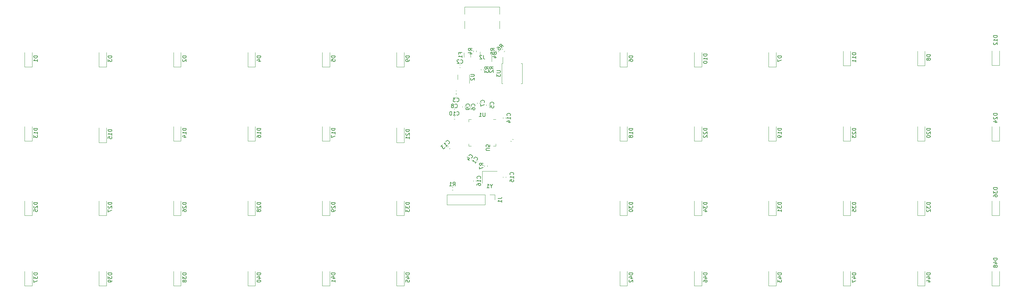
<source format=gbr>
%TF.GenerationSoftware,KiCad,Pcbnew,(6.0.7)*%
%TF.CreationDate,2022-08-22T17:31:43+01:00*%
%TF.ProjectId,ortho40,6f727468-6f34-4302-9e6b-696361645f70,rev?*%
%TF.SameCoordinates,Original*%
%TF.FileFunction,Legend,Bot*%
%TF.FilePolarity,Positive*%
%FSLAX46Y46*%
G04 Gerber Fmt 4.6, Leading zero omitted, Abs format (unit mm)*
G04 Created by KiCad (PCBNEW (6.0.7)) date 2022-08-22 17:31:43*
%MOMM*%
%LPD*%
G01*
G04 APERTURE LIST*
%ADD10C,0.150000*%
%ADD11C,0.120000*%
G04 APERTURE END LIST*
D10*
%TO.C,D6*%
X220452380Y-29261904D02*
X219452380Y-29261904D01*
X219452380Y-29500000D01*
X219500000Y-29642857D01*
X219595238Y-29738095D01*
X219690476Y-29785714D01*
X219880952Y-29833333D01*
X220023809Y-29833333D01*
X220214285Y-29785714D01*
X220309523Y-29738095D01*
X220404761Y-29642857D01*
X220452380Y-29500000D01*
X220452380Y-29261904D01*
X219452380Y-30690476D02*
X219452380Y-30500000D01*
X219500000Y-30404761D01*
X219547619Y-30357142D01*
X219690476Y-30261904D01*
X219880952Y-30214285D01*
X220261904Y-30214285D01*
X220357142Y-30261904D01*
X220404761Y-30309523D01*
X220452380Y-30404761D01*
X220452380Y-30595238D01*
X220404761Y-30690476D01*
X220357142Y-30738095D01*
X220261904Y-30785714D01*
X220023809Y-30785714D01*
X219928571Y-30738095D01*
X219880952Y-30690476D01*
X219833333Y-30595238D01*
X219833333Y-30404761D01*
X219880952Y-30309523D01*
X219928571Y-30261904D01*
X220023809Y-30214285D01*
%TO.C,D39*%
X80452380Y-87785714D02*
X79452380Y-87785714D01*
X79452380Y-88023809D01*
X79500000Y-88166666D01*
X79595238Y-88261904D01*
X79690476Y-88309523D01*
X79880952Y-88357142D01*
X80023809Y-88357142D01*
X80214285Y-88309523D01*
X80309523Y-88261904D01*
X80404761Y-88166666D01*
X80452380Y-88023809D01*
X80452380Y-87785714D01*
X79452380Y-88690476D02*
X79452380Y-89309523D01*
X79833333Y-88976190D01*
X79833333Y-89119047D01*
X79880952Y-89214285D01*
X79928571Y-89261904D01*
X80023809Y-89309523D01*
X80261904Y-89309523D01*
X80357142Y-89261904D01*
X80404761Y-89214285D01*
X80452380Y-89119047D01*
X80452380Y-88833333D01*
X80404761Y-88738095D01*
X80357142Y-88690476D01*
X80452380Y-89785714D02*
X80452380Y-89976190D01*
X80404761Y-90071428D01*
X80357142Y-90119047D01*
X80214285Y-90214285D01*
X80023809Y-90261904D01*
X79642857Y-90261904D01*
X79547619Y-90214285D01*
X79500000Y-90166666D01*
X79452380Y-90071428D01*
X79452380Y-89880952D01*
X79500000Y-89785714D01*
X79547619Y-89738095D01*
X79642857Y-89690476D01*
X79880952Y-89690476D01*
X79976190Y-89738095D01*
X80023809Y-89785714D01*
X80071428Y-89880952D01*
X80071428Y-90071428D01*
X80023809Y-90166666D01*
X79976190Y-90214285D01*
X79880952Y-90261904D01*
%TO.C,C14*%
X187517142Y-45357142D02*
X187564761Y-45309523D01*
X187612380Y-45166666D01*
X187612380Y-45071428D01*
X187564761Y-44928571D01*
X187469523Y-44833333D01*
X187374285Y-44785714D01*
X187183809Y-44738095D01*
X187040952Y-44738095D01*
X186850476Y-44785714D01*
X186755238Y-44833333D01*
X186660000Y-44928571D01*
X186612380Y-45071428D01*
X186612380Y-45166666D01*
X186660000Y-45309523D01*
X186707619Y-45357142D01*
X187612380Y-46309523D02*
X187612380Y-45738095D01*
X187612380Y-46023809D02*
X186612380Y-46023809D01*
X186755238Y-45928571D01*
X186850476Y-45833333D01*
X186898095Y-45738095D01*
X186945714Y-47166666D02*
X187612380Y-47166666D01*
X186564761Y-46928571D02*
X187279047Y-46690476D01*
X187279047Y-47309523D01*
%TO.C,C6*%
X177972424Y-42854092D02*
X178020043Y-42806473D01*
X178067662Y-42663616D01*
X178067662Y-42568378D01*
X178020043Y-42425520D01*
X177924805Y-42330282D01*
X177829567Y-42282663D01*
X177639091Y-42235044D01*
X177496234Y-42235044D01*
X177305758Y-42282663D01*
X177210520Y-42330282D01*
X177115282Y-42425520D01*
X177067662Y-42568378D01*
X177067662Y-42663616D01*
X177115282Y-42806473D01*
X177162901Y-42854092D01*
X177067662Y-43711235D02*
X177067662Y-43520759D01*
X177115282Y-43425520D01*
X177162901Y-43377901D01*
X177305758Y-43282663D01*
X177496234Y-43235044D01*
X177877186Y-43235044D01*
X177972424Y-43282663D01*
X178020043Y-43330282D01*
X178067662Y-43425520D01*
X178067662Y-43615997D01*
X178020043Y-43711235D01*
X177972424Y-43758854D01*
X177877186Y-43806473D01*
X177639091Y-43806473D01*
X177543853Y-43758854D01*
X177496234Y-43711235D01*
X177448615Y-43615997D01*
X177448615Y-43425520D01*
X177496234Y-43330282D01*
X177543853Y-43282663D01*
X177639091Y-43235044D01*
%TO.C,D21*%
X160452380Y-49135714D02*
X159452380Y-49135714D01*
X159452380Y-49373809D01*
X159500000Y-49516666D01*
X159595238Y-49611904D01*
X159690476Y-49659523D01*
X159880952Y-49707142D01*
X160023809Y-49707142D01*
X160214285Y-49659523D01*
X160309523Y-49611904D01*
X160404761Y-49516666D01*
X160452380Y-49373809D01*
X160452380Y-49135714D01*
X159547619Y-50088095D02*
X159500000Y-50135714D01*
X159452380Y-50230952D01*
X159452380Y-50469047D01*
X159500000Y-50564285D01*
X159547619Y-50611904D01*
X159642857Y-50659523D01*
X159738095Y-50659523D01*
X159880952Y-50611904D01*
X160452380Y-50040476D01*
X160452380Y-50659523D01*
X160452380Y-51611904D02*
X160452380Y-51040476D01*
X160452380Y-51326190D02*
X159452380Y-51326190D01*
X159595238Y-51230952D01*
X159690476Y-51135714D01*
X159738095Y-51040476D01*
%TO.C,D16*%
X120452380Y-48785714D02*
X119452380Y-48785714D01*
X119452380Y-49023809D01*
X119500000Y-49166666D01*
X119595238Y-49261904D01*
X119690476Y-49309523D01*
X119880952Y-49357142D01*
X120023809Y-49357142D01*
X120214285Y-49309523D01*
X120309523Y-49261904D01*
X120404761Y-49166666D01*
X120452380Y-49023809D01*
X120452380Y-48785714D01*
X120452380Y-50309523D02*
X120452380Y-49738095D01*
X120452380Y-50023809D02*
X119452380Y-50023809D01*
X119595238Y-49928571D01*
X119690476Y-49833333D01*
X119738095Y-49738095D01*
X119452380Y-51166666D02*
X119452380Y-50976190D01*
X119500000Y-50880952D01*
X119547619Y-50833333D01*
X119690476Y-50738095D01*
X119880952Y-50690476D01*
X120261904Y-50690476D01*
X120357142Y-50738095D01*
X120404761Y-50785714D01*
X120452380Y-50880952D01*
X120452380Y-51071428D01*
X120404761Y-51166666D01*
X120357142Y-51214285D01*
X120261904Y-51261904D01*
X120023809Y-51261904D01*
X119928571Y-51214285D01*
X119880952Y-51166666D01*
X119833333Y-51071428D01*
X119833333Y-50880952D01*
X119880952Y-50785714D01*
X119928571Y-50738095D01*
X120023809Y-50690476D01*
%TO.C,D22*%
X240452380Y-48785714D02*
X239452380Y-48785714D01*
X239452380Y-49023809D01*
X239500000Y-49166666D01*
X239595238Y-49261904D01*
X239690476Y-49309523D01*
X239880952Y-49357142D01*
X240023809Y-49357142D01*
X240214285Y-49309523D01*
X240309523Y-49261904D01*
X240404761Y-49166666D01*
X240452380Y-49023809D01*
X240452380Y-48785714D01*
X239547619Y-49738095D02*
X239500000Y-49785714D01*
X239452380Y-49880952D01*
X239452380Y-50119047D01*
X239500000Y-50214285D01*
X239547619Y-50261904D01*
X239642857Y-50309523D01*
X239738095Y-50309523D01*
X239880952Y-50261904D01*
X240452380Y-49690476D01*
X240452380Y-50309523D01*
X239547619Y-50690476D02*
X239500000Y-50738095D01*
X239452380Y-50833333D01*
X239452380Y-51071428D01*
X239500000Y-51166666D01*
X239547619Y-51214285D01*
X239642857Y-51261904D01*
X239738095Y-51261904D01*
X239880952Y-51214285D01*
X240452380Y-50642857D01*
X240452380Y-51261904D01*
%TO.C,C2*%
X174166666Y-31197142D02*
X174214285Y-31244761D01*
X174357142Y-31292380D01*
X174452380Y-31292380D01*
X174595238Y-31244761D01*
X174690476Y-31149523D01*
X174738095Y-31054285D01*
X174785714Y-30863809D01*
X174785714Y-30720952D01*
X174738095Y-30530476D01*
X174690476Y-30435238D01*
X174595238Y-30340000D01*
X174452380Y-30292380D01*
X174357142Y-30292380D01*
X174214285Y-30340000D01*
X174166666Y-30387619D01*
X173785714Y-30387619D02*
X173738095Y-30340000D01*
X173642857Y-30292380D01*
X173404761Y-30292380D01*
X173309523Y-30340000D01*
X173261904Y-30387619D01*
X173214285Y-30482857D01*
X173214285Y-30578095D01*
X173261904Y-30720952D01*
X173833333Y-31292380D01*
X173214285Y-31292380D01*
%TO.C,F1*%
X174108571Y-28666666D02*
X174108571Y-28333333D01*
X174632380Y-28333333D02*
X173632380Y-28333333D01*
X173632380Y-28809523D01*
X174632380Y-29714285D02*
X174632380Y-29142857D01*
X174632380Y-29428571D02*
X173632380Y-29428571D01*
X173775238Y-29333333D01*
X173870476Y-29238095D01*
X173918095Y-29142857D01*
%TO.C,D23*%
X280452380Y-48785714D02*
X279452380Y-48785714D01*
X279452380Y-49023809D01*
X279500000Y-49166666D01*
X279595238Y-49261904D01*
X279690476Y-49309523D01*
X279880952Y-49357142D01*
X280023809Y-49357142D01*
X280214285Y-49309523D01*
X280309523Y-49261904D01*
X280404761Y-49166666D01*
X280452380Y-49023809D01*
X280452380Y-48785714D01*
X279547619Y-49738095D02*
X279500000Y-49785714D01*
X279452380Y-49880952D01*
X279452380Y-50119047D01*
X279500000Y-50214285D01*
X279547619Y-50261904D01*
X279642857Y-50309523D01*
X279738095Y-50309523D01*
X279880952Y-50261904D01*
X280452380Y-49690476D01*
X280452380Y-50309523D01*
X279452380Y-50642857D02*
X279452380Y-51261904D01*
X279833333Y-50928571D01*
X279833333Y-51071428D01*
X279880952Y-51166666D01*
X279928571Y-51214285D01*
X280023809Y-51261904D01*
X280261904Y-51261904D01*
X280357142Y-51214285D01*
X280404761Y-51166666D01*
X280452380Y-51071428D01*
X280452380Y-50785714D01*
X280404761Y-50690476D01*
X280357142Y-50642857D01*
%TO.C,R2*%
X182946536Y-32784004D02*
X182470346Y-32450671D01*
X182946536Y-32212575D02*
X181946536Y-32212575D01*
X181946536Y-32593528D01*
X181994156Y-32688766D01*
X182041775Y-32736385D01*
X182137013Y-32784004D01*
X182279870Y-32784004D01*
X182375108Y-32736385D01*
X182422727Y-32688766D01*
X182470346Y-32593528D01*
X182470346Y-32212575D01*
X182041775Y-33164956D02*
X181994156Y-33212575D01*
X181946536Y-33307813D01*
X181946536Y-33545909D01*
X181994156Y-33641147D01*
X182041775Y-33688766D01*
X182137013Y-33736385D01*
X182232251Y-33736385D01*
X182375108Y-33688766D01*
X182946536Y-33117337D01*
X182946536Y-33736385D01*
%TO.C,Y1*%
X182476190Y-64376190D02*
X182476190Y-64852380D01*
X182809523Y-63852380D02*
X182476190Y-64376190D01*
X182142857Y-63852380D01*
X181285714Y-64852380D02*
X181857142Y-64852380D01*
X181571428Y-64852380D02*
X181571428Y-63852380D01*
X181666666Y-63995238D01*
X181761904Y-64090476D01*
X181857142Y-64138095D01*
%TO.C,D31*%
X260452380Y-68785714D02*
X259452380Y-68785714D01*
X259452380Y-69023809D01*
X259500000Y-69166666D01*
X259595238Y-69261904D01*
X259690476Y-69309523D01*
X259880952Y-69357142D01*
X260023809Y-69357142D01*
X260214285Y-69309523D01*
X260309523Y-69261904D01*
X260404761Y-69166666D01*
X260452380Y-69023809D01*
X260452380Y-68785714D01*
X259452380Y-69690476D02*
X259452380Y-70309523D01*
X259833333Y-69976190D01*
X259833333Y-70119047D01*
X259880952Y-70214285D01*
X259928571Y-70261904D01*
X260023809Y-70309523D01*
X260261904Y-70309523D01*
X260357142Y-70261904D01*
X260404761Y-70214285D01*
X260452380Y-70119047D01*
X260452380Y-69833333D01*
X260404761Y-69738095D01*
X260357142Y-69690476D01*
X260452380Y-71261904D02*
X260452380Y-70690476D01*
X260452380Y-70976190D02*
X259452380Y-70976190D01*
X259595238Y-70880952D01*
X259690476Y-70785714D01*
X259738095Y-70690476D01*
%TO.C,D18*%
X220452380Y-48785714D02*
X219452380Y-48785714D01*
X219452380Y-49023809D01*
X219500000Y-49166666D01*
X219595238Y-49261904D01*
X219690476Y-49309523D01*
X219880952Y-49357142D01*
X220023809Y-49357142D01*
X220214285Y-49309523D01*
X220309523Y-49261904D01*
X220404761Y-49166666D01*
X220452380Y-49023809D01*
X220452380Y-48785714D01*
X220452380Y-50309523D02*
X220452380Y-49738095D01*
X220452380Y-50023809D02*
X219452380Y-50023809D01*
X219595238Y-49928571D01*
X219690476Y-49833333D01*
X219738095Y-49738095D01*
X219880952Y-50880952D02*
X219833333Y-50785714D01*
X219785714Y-50738095D01*
X219690476Y-50690476D01*
X219642857Y-50690476D01*
X219547619Y-50738095D01*
X219500000Y-50785714D01*
X219452380Y-50880952D01*
X219452380Y-51071428D01*
X219500000Y-51166666D01*
X219547619Y-51214285D01*
X219642857Y-51261904D01*
X219690476Y-51261904D01*
X219785714Y-51214285D01*
X219833333Y-51166666D01*
X219880952Y-51071428D01*
X219880952Y-50880952D01*
X219928571Y-50785714D01*
X219976190Y-50738095D01*
X220071428Y-50690476D01*
X220261904Y-50690476D01*
X220357142Y-50738095D01*
X220404761Y-50785714D01*
X220452380Y-50880952D01*
X220452380Y-51071428D01*
X220404761Y-51166666D01*
X220357142Y-51214285D01*
X220261904Y-51261904D01*
X220071428Y-51261904D01*
X219976190Y-51214285D01*
X219928571Y-51166666D01*
X219880952Y-51071428D01*
%TO.C,R6*%
X185284592Y-27129570D02*
X185183577Y-26557150D01*
X185688653Y-26725509D02*
X184981547Y-26018402D01*
X184712172Y-26287776D01*
X184678501Y-26388791D01*
X184678501Y-26456135D01*
X184712172Y-26557150D01*
X184813188Y-26658165D01*
X184914203Y-26691837D01*
X184981547Y-26691837D01*
X185082562Y-26658165D01*
X185351936Y-26388791D01*
X183971394Y-27028555D02*
X184106081Y-26893868D01*
X184207096Y-26860196D01*
X184274440Y-26860196D01*
X184442798Y-26893868D01*
X184611157Y-26994883D01*
X184880531Y-27264257D01*
X184914203Y-27365272D01*
X184914203Y-27432616D01*
X184880531Y-27533631D01*
X184745844Y-27668318D01*
X184644829Y-27701990D01*
X184577485Y-27701990D01*
X184476470Y-27668318D01*
X184308111Y-27499959D01*
X184274440Y-27398944D01*
X184274440Y-27331601D01*
X184308111Y-27230585D01*
X184442798Y-27095898D01*
X184543814Y-27062227D01*
X184611157Y-27062227D01*
X184712172Y-27095898D01*
%TO.C,C5*%
X183017142Y-42333333D02*
X183064761Y-42285714D01*
X183112380Y-42142857D01*
X183112380Y-42047619D01*
X183064761Y-41904761D01*
X182969523Y-41809523D01*
X182874285Y-41761904D01*
X182683809Y-41714285D01*
X182540952Y-41714285D01*
X182350476Y-41761904D01*
X182255238Y-41809523D01*
X182160000Y-41904761D01*
X182112380Y-42047619D01*
X182112380Y-42142857D01*
X182160000Y-42285714D01*
X182207619Y-42333333D01*
X182112380Y-43238095D02*
X182112380Y-42761904D01*
X182588571Y-42714285D01*
X182540952Y-42761904D01*
X182493333Y-42857142D01*
X182493333Y-43095238D01*
X182540952Y-43190476D01*
X182588571Y-43238095D01*
X182683809Y-43285714D01*
X182921904Y-43285714D01*
X183017142Y-43238095D01*
X183064761Y-43190476D01*
X183112380Y-43095238D01*
X183112380Y-42857142D01*
X183064761Y-42761904D01*
X183017142Y-42714285D01*
%TO.C,C8*%
X172685975Y-43161962D02*
X172733594Y-43209581D01*
X172876451Y-43257200D01*
X172971689Y-43257200D01*
X173114547Y-43209581D01*
X173209785Y-43114343D01*
X173257404Y-43019105D01*
X173305023Y-42828629D01*
X173305023Y-42685772D01*
X173257404Y-42495296D01*
X173209785Y-42400058D01*
X173114547Y-42304820D01*
X172971689Y-42257200D01*
X172876451Y-42257200D01*
X172733594Y-42304820D01*
X172685975Y-42352439D01*
X172114547Y-42685772D02*
X172209785Y-42638153D01*
X172257404Y-42590534D01*
X172305023Y-42495296D01*
X172305023Y-42447677D01*
X172257404Y-42352439D01*
X172209785Y-42304820D01*
X172114547Y-42257200D01*
X171924070Y-42257200D01*
X171828832Y-42304820D01*
X171781213Y-42352439D01*
X171733594Y-42447677D01*
X171733594Y-42495296D01*
X171781213Y-42590534D01*
X171828832Y-42638153D01*
X171924070Y-42685772D01*
X172114547Y-42685772D01*
X172209785Y-42733391D01*
X172257404Y-42781010D01*
X172305023Y-42876248D01*
X172305023Y-43066724D01*
X172257404Y-43161962D01*
X172209785Y-43209581D01*
X172114547Y-43257200D01*
X171924070Y-43257200D01*
X171828832Y-43209581D01*
X171781213Y-43161962D01*
X171733594Y-43066724D01*
X171733594Y-42876248D01*
X171781213Y-42781010D01*
X171828832Y-42733391D01*
X171924070Y-42685772D01*
%TO.C,D2*%
X100452380Y-29261904D02*
X99452380Y-29261904D01*
X99452380Y-29500000D01*
X99500000Y-29642857D01*
X99595238Y-29738095D01*
X99690476Y-29785714D01*
X99880952Y-29833333D01*
X100023809Y-29833333D01*
X100214285Y-29785714D01*
X100309523Y-29738095D01*
X100404761Y-29642857D01*
X100452380Y-29500000D01*
X100452380Y-29261904D01*
X99547619Y-30214285D02*
X99500000Y-30261904D01*
X99452380Y-30357142D01*
X99452380Y-30595238D01*
X99500000Y-30690476D01*
X99547619Y-30738095D01*
X99642857Y-30785714D01*
X99738095Y-30785714D01*
X99880952Y-30738095D01*
X100452380Y-30166666D01*
X100452380Y-30785714D01*
%TO.C,D46*%
X240452380Y-87785714D02*
X239452380Y-87785714D01*
X239452380Y-88023809D01*
X239500000Y-88166666D01*
X239595238Y-88261904D01*
X239690476Y-88309523D01*
X239880952Y-88357142D01*
X240023809Y-88357142D01*
X240214285Y-88309523D01*
X240309523Y-88261904D01*
X240404761Y-88166666D01*
X240452380Y-88023809D01*
X240452380Y-87785714D01*
X239785714Y-89214285D02*
X240452380Y-89214285D01*
X239404761Y-88976190D02*
X240119047Y-88738095D01*
X240119047Y-89357142D01*
X239452380Y-90166666D02*
X239452380Y-89976190D01*
X239500000Y-89880952D01*
X239547619Y-89833333D01*
X239690476Y-89738095D01*
X239880952Y-89690476D01*
X240261904Y-89690476D01*
X240357142Y-89738095D01*
X240404761Y-89785714D01*
X240452380Y-89880952D01*
X240452380Y-90071428D01*
X240404761Y-90166666D01*
X240357142Y-90214285D01*
X240261904Y-90261904D01*
X240023809Y-90261904D01*
X239928571Y-90214285D01*
X239880952Y-90166666D01*
X239833333Y-90071428D01*
X239833333Y-89880952D01*
X239880952Y-89785714D01*
X239928571Y-89738095D01*
X240023809Y-89690476D01*
%TO.C,U2*%
X176852380Y-34238095D02*
X177661904Y-34238095D01*
X177757142Y-34285714D01*
X177804761Y-34333333D01*
X177852380Y-34428571D01*
X177852380Y-34619047D01*
X177804761Y-34714285D01*
X177757142Y-34761904D01*
X177661904Y-34809523D01*
X176852380Y-34809523D01*
X176947619Y-35238095D02*
X176900000Y-35285714D01*
X176852380Y-35380952D01*
X176852380Y-35619047D01*
X176900000Y-35714285D01*
X176947619Y-35761904D01*
X177042857Y-35809523D01*
X177138095Y-35809523D01*
X177280952Y-35761904D01*
X177852380Y-35190476D01*
X177852380Y-35809523D01*
%TO.C,C16*%
X179517142Y-62307142D02*
X179564761Y-62259523D01*
X179612380Y-62116666D01*
X179612380Y-62021428D01*
X179564761Y-61878571D01*
X179469523Y-61783333D01*
X179374285Y-61735714D01*
X179183809Y-61688095D01*
X179040952Y-61688095D01*
X178850476Y-61735714D01*
X178755238Y-61783333D01*
X178660000Y-61878571D01*
X178612380Y-62021428D01*
X178612380Y-62116666D01*
X178660000Y-62259523D01*
X178707619Y-62307142D01*
X179612380Y-63259523D02*
X179612380Y-62688095D01*
X179612380Y-62973809D02*
X178612380Y-62973809D01*
X178755238Y-62878571D01*
X178850476Y-62783333D01*
X178898095Y-62688095D01*
X178612380Y-64116666D02*
X178612380Y-63926190D01*
X178660000Y-63830952D01*
X178707619Y-63783333D01*
X178850476Y-63688095D01*
X179040952Y-63640476D01*
X179421904Y-63640476D01*
X179517142Y-63688095D01*
X179564761Y-63735714D01*
X179612380Y-63830952D01*
X179612380Y-64021428D01*
X179564761Y-64116666D01*
X179517142Y-64164285D01*
X179421904Y-64211904D01*
X179183809Y-64211904D01*
X179088571Y-64164285D01*
X179040952Y-64116666D01*
X178993333Y-64021428D01*
X178993333Y-63830952D01*
X179040952Y-63735714D01*
X179088571Y-63688095D01*
X179183809Y-63640476D01*
%TO.C,D41*%
X140452380Y-87785714D02*
X139452380Y-87785714D01*
X139452380Y-88023809D01*
X139500000Y-88166666D01*
X139595238Y-88261904D01*
X139690476Y-88309523D01*
X139880952Y-88357142D01*
X140023809Y-88357142D01*
X140214285Y-88309523D01*
X140309523Y-88261904D01*
X140404761Y-88166666D01*
X140452380Y-88023809D01*
X140452380Y-87785714D01*
X139785714Y-89214285D02*
X140452380Y-89214285D01*
X139404761Y-88976190D02*
X140119047Y-88738095D01*
X140119047Y-89357142D01*
X140452380Y-90261904D02*
X140452380Y-89690476D01*
X140452380Y-89976190D02*
X139452380Y-89976190D01*
X139595238Y-89880952D01*
X139690476Y-89785714D01*
X139738095Y-89690476D01*
%TO.C,D11*%
X280452380Y-28435714D02*
X279452380Y-28435714D01*
X279452380Y-28673809D01*
X279500000Y-28816666D01*
X279595238Y-28911904D01*
X279690476Y-28959523D01*
X279880952Y-29007142D01*
X280023809Y-29007142D01*
X280214285Y-28959523D01*
X280309523Y-28911904D01*
X280404761Y-28816666D01*
X280452380Y-28673809D01*
X280452380Y-28435714D01*
X280452380Y-29959523D02*
X280452380Y-29388095D01*
X280452380Y-29673809D02*
X279452380Y-29673809D01*
X279595238Y-29578571D01*
X279690476Y-29483333D01*
X279738095Y-29388095D01*
X280452380Y-30911904D02*
X280452380Y-30340476D01*
X280452380Y-30626190D02*
X279452380Y-30626190D01*
X279595238Y-30530952D01*
X279690476Y-30435714D01*
X279738095Y-30340476D01*
%TO.C,D7*%
X260452380Y-29261904D02*
X259452380Y-29261904D01*
X259452380Y-29500000D01*
X259500000Y-29642857D01*
X259595238Y-29738095D01*
X259690476Y-29785714D01*
X259880952Y-29833333D01*
X260023809Y-29833333D01*
X260214285Y-29785714D01*
X260309523Y-29738095D01*
X260404761Y-29642857D01*
X260452380Y-29500000D01*
X260452380Y-29261904D01*
X259452380Y-30166666D02*
X259452380Y-30833333D01*
X260452380Y-30404761D01*
%TO.C,D10*%
X240452380Y-28785714D02*
X239452380Y-28785714D01*
X239452380Y-29023809D01*
X239500000Y-29166666D01*
X239595238Y-29261904D01*
X239690476Y-29309523D01*
X239880952Y-29357142D01*
X240023809Y-29357142D01*
X240214285Y-29309523D01*
X240309523Y-29261904D01*
X240404761Y-29166666D01*
X240452380Y-29023809D01*
X240452380Y-28785714D01*
X240452380Y-30309523D02*
X240452380Y-29738095D01*
X240452380Y-30023809D02*
X239452380Y-30023809D01*
X239595238Y-29928571D01*
X239690476Y-29833333D01*
X239738095Y-29738095D01*
X239452380Y-30928571D02*
X239452380Y-31023809D01*
X239500000Y-31119047D01*
X239547619Y-31166666D01*
X239642857Y-31214285D01*
X239833333Y-31261904D01*
X240071428Y-31261904D01*
X240261904Y-31214285D01*
X240357142Y-31166666D01*
X240404761Y-31119047D01*
X240452380Y-31023809D01*
X240452380Y-30928571D01*
X240404761Y-30833333D01*
X240357142Y-30785714D01*
X240261904Y-30738095D01*
X240071428Y-30690476D01*
X239833333Y-30690476D01*
X239642857Y-30738095D01*
X239547619Y-30785714D01*
X239500000Y-30833333D01*
X239452380Y-30928571D01*
%TO.C,R1*%
X172166666Y-64282380D02*
X172500000Y-63806190D01*
X172738095Y-64282380D02*
X172738095Y-63282380D01*
X172357142Y-63282380D01*
X172261904Y-63330000D01*
X172214285Y-63377619D01*
X172166666Y-63472857D01*
X172166666Y-63615714D01*
X172214285Y-63710952D01*
X172261904Y-63758571D01*
X172357142Y-63806190D01*
X172738095Y-63806190D01*
X171214285Y-64282380D02*
X171785714Y-64282380D01*
X171500000Y-64282380D02*
X171500000Y-63282380D01*
X171595238Y-63425238D01*
X171690476Y-63520476D01*
X171785714Y-63568095D01*
%TO.C,D14*%
X100452380Y-48785714D02*
X99452380Y-48785714D01*
X99452380Y-49023809D01*
X99500000Y-49166666D01*
X99595238Y-49261904D01*
X99690476Y-49309523D01*
X99880952Y-49357142D01*
X100023809Y-49357142D01*
X100214285Y-49309523D01*
X100309523Y-49261904D01*
X100404761Y-49166666D01*
X100452380Y-49023809D01*
X100452380Y-48785714D01*
X100452380Y-50309523D02*
X100452380Y-49738095D01*
X100452380Y-50023809D02*
X99452380Y-50023809D01*
X99595238Y-49928571D01*
X99690476Y-49833333D01*
X99738095Y-49738095D01*
X99785714Y-51166666D02*
X100452380Y-51166666D01*
X99404761Y-50928571D02*
X100119047Y-50690476D01*
X100119047Y-51309523D01*
%TO.C,D17*%
X140452380Y-48785714D02*
X139452380Y-48785714D01*
X139452380Y-49023809D01*
X139500000Y-49166666D01*
X139595238Y-49261904D01*
X139690476Y-49309523D01*
X139880952Y-49357142D01*
X140023809Y-49357142D01*
X140214285Y-49309523D01*
X140309523Y-49261904D01*
X140404761Y-49166666D01*
X140452380Y-49023809D01*
X140452380Y-48785714D01*
X140452380Y-50309523D02*
X140452380Y-49738095D01*
X140452380Y-50023809D02*
X139452380Y-50023809D01*
X139595238Y-49928571D01*
X139690476Y-49833333D01*
X139738095Y-49738095D01*
X139452380Y-50642857D02*
X139452380Y-51309523D01*
X140452380Y-50880952D01*
%TO.C,D27*%
X80452380Y-68785714D02*
X79452380Y-68785714D01*
X79452380Y-69023809D01*
X79500000Y-69166666D01*
X79595238Y-69261904D01*
X79690476Y-69309523D01*
X79880952Y-69357142D01*
X80023809Y-69357142D01*
X80214285Y-69309523D01*
X80309523Y-69261904D01*
X80404761Y-69166666D01*
X80452380Y-69023809D01*
X80452380Y-68785714D01*
X79547619Y-69738095D02*
X79500000Y-69785714D01*
X79452380Y-69880952D01*
X79452380Y-70119047D01*
X79500000Y-70214285D01*
X79547619Y-70261904D01*
X79642857Y-70309523D01*
X79738095Y-70309523D01*
X79880952Y-70261904D01*
X80452380Y-69690476D01*
X80452380Y-70309523D01*
X79452380Y-70642857D02*
X79452380Y-71309523D01*
X80452380Y-70880952D01*
%TO.C,C4*%
X177046163Y-56786649D02*
X177113506Y-56786649D01*
X177248193Y-56719305D01*
X177315537Y-56651962D01*
X177382880Y-56517274D01*
X177382880Y-56382587D01*
X177349209Y-56281572D01*
X177248193Y-56113213D01*
X177147178Y-56012198D01*
X176978819Y-55911183D01*
X176877804Y-55877511D01*
X176743117Y-55877511D01*
X176608430Y-55944855D01*
X176541086Y-56012198D01*
X176473743Y-56146885D01*
X176473743Y-56214229D01*
X176036010Y-56988679D02*
X176507415Y-57460084D01*
X175934995Y-56550946D02*
X176608430Y-56887664D01*
X176170697Y-57325397D01*
%TO.C,D32*%
X300452380Y-68785714D02*
X299452380Y-68785714D01*
X299452380Y-69023809D01*
X299500000Y-69166666D01*
X299595238Y-69261904D01*
X299690476Y-69309523D01*
X299880952Y-69357142D01*
X300023809Y-69357142D01*
X300214285Y-69309523D01*
X300309523Y-69261904D01*
X300404761Y-69166666D01*
X300452380Y-69023809D01*
X300452380Y-68785714D01*
X299452380Y-69690476D02*
X299452380Y-70309523D01*
X299833333Y-69976190D01*
X299833333Y-70119047D01*
X299880952Y-70214285D01*
X299928571Y-70261904D01*
X300023809Y-70309523D01*
X300261904Y-70309523D01*
X300357142Y-70261904D01*
X300404761Y-70214285D01*
X300452380Y-70119047D01*
X300452380Y-69833333D01*
X300404761Y-69738095D01*
X300357142Y-69690476D01*
X299547619Y-70690476D02*
X299500000Y-70738095D01*
X299452380Y-70833333D01*
X299452380Y-71071428D01*
X299500000Y-71166666D01*
X299547619Y-71214285D01*
X299642857Y-71261904D01*
X299738095Y-71261904D01*
X299880952Y-71214285D01*
X300452380Y-70642857D01*
X300452380Y-71261904D01*
%TO.C,D42*%
X220452380Y-87785714D02*
X219452380Y-87785714D01*
X219452380Y-88023809D01*
X219500000Y-88166666D01*
X219595238Y-88261904D01*
X219690476Y-88309523D01*
X219880952Y-88357142D01*
X220023809Y-88357142D01*
X220214285Y-88309523D01*
X220309523Y-88261904D01*
X220404761Y-88166666D01*
X220452380Y-88023809D01*
X220452380Y-87785714D01*
X219785714Y-89214285D02*
X220452380Y-89214285D01*
X219404761Y-88976190D02*
X220119047Y-88738095D01*
X220119047Y-89357142D01*
X219547619Y-89690476D02*
X219500000Y-89738095D01*
X219452380Y-89833333D01*
X219452380Y-90071428D01*
X219500000Y-90166666D01*
X219547619Y-90214285D01*
X219642857Y-90261904D01*
X219738095Y-90261904D01*
X219880952Y-90214285D01*
X220452380Y-89642857D01*
X220452380Y-90261904D01*
%TO.C,D1*%
X60452380Y-29261904D02*
X59452380Y-29261904D01*
X59452380Y-29500000D01*
X59500000Y-29642857D01*
X59595238Y-29738095D01*
X59690476Y-29785714D01*
X59880952Y-29833333D01*
X60023809Y-29833333D01*
X60214285Y-29785714D01*
X60309523Y-29738095D01*
X60404761Y-29642857D01*
X60452380Y-29500000D01*
X60452380Y-29261904D01*
X60452380Y-30785714D02*
X60452380Y-30214285D01*
X60452380Y-30500000D02*
X59452380Y-30500000D01*
X59595238Y-30404761D01*
X59690476Y-30309523D01*
X59738095Y-30214285D01*
%TO.C,D36*%
X318452380Y-64785714D02*
X317452380Y-64785714D01*
X317452380Y-65023809D01*
X317500000Y-65166666D01*
X317595238Y-65261904D01*
X317690476Y-65309523D01*
X317880952Y-65357142D01*
X318023809Y-65357142D01*
X318214285Y-65309523D01*
X318309523Y-65261904D01*
X318404761Y-65166666D01*
X318452380Y-65023809D01*
X318452380Y-64785714D01*
X317452380Y-65690476D02*
X317452380Y-66309523D01*
X317833333Y-65976190D01*
X317833333Y-66119047D01*
X317880952Y-66214285D01*
X317928571Y-66261904D01*
X318023809Y-66309523D01*
X318261904Y-66309523D01*
X318357142Y-66261904D01*
X318404761Y-66214285D01*
X318452380Y-66119047D01*
X318452380Y-65833333D01*
X318404761Y-65738095D01*
X318357142Y-65690476D01*
X317452380Y-67166666D02*
X317452380Y-66976190D01*
X317500000Y-66880952D01*
X317547619Y-66833333D01*
X317690476Y-66738095D01*
X317880952Y-66690476D01*
X318261904Y-66690476D01*
X318357142Y-66738095D01*
X318404761Y-66785714D01*
X318452380Y-66880952D01*
X318452380Y-67071428D01*
X318404761Y-67166666D01*
X318357142Y-67214285D01*
X318261904Y-67261904D01*
X318023809Y-67261904D01*
X317928571Y-67214285D01*
X317880952Y-67166666D01*
X317833333Y-67071428D01*
X317833333Y-66880952D01*
X317880952Y-66785714D01*
X317928571Y-66738095D01*
X318023809Y-66690476D01*
%TO.C,U1*%
X180761904Y-44632380D02*
X180761904Y-45441904D01*
X180714285Y-45537142D01*
X180666666Y-45584761D01*
X180571428Y-45632380D01*
X180380952Y-45632380D01*
X180285714Y-45584761D01*
X180238095Y-45537142D01*
X180190476Y-45441904D01*
X180190476Y-44632380D01*
X179190476Y-45632380D02*
X179761904Y-45632380D01*
X179476190Y-45632380D02*
X179476190Y-44632380D01*
X179571428Y-44775238D01*
X179666666Y-44870476D01*
X179761904Y-44918095D01*
%TO.C,R4*%
X177282380Y-27833333D02*
X176806190Y-27500000D01*
X177282380Y-27261904D02*
X176282380Y-27261904D01*
X176282380Y-27642857D01*
X176330000Y-27738095D01*
X176377619Y-27785714D01*
X176472857Y-27833333D01*
X176615714Y-27833333D01*
X176710952Y-27785714D01*
X176758571Y-27738095D01*
X176806190Y-27642857D01*
X176806190Y-27261904D01*
X176615714Y-28690476D02*
X177282380Y-28690476D01*
X176234761Y-28452380D02*
X176949047Y-28214285D01*
X176949047Y-28833333D01*
%TO.C,D12*%
X318452380Y-23785714D02*
X317452380Y-23785714D01*
X317452380Y-24023809D01*
X317500000Y-24166666D01*
X317595238Y-24261904D01*
X317690476Y-24309523D01*
X317880952Y-24357142D01*
X318023809Y-24357142D01*
X318214285Y-24309523D01*
X318309523Y-24261904D01*
X318404761Y-24166666D01*
X318452380Y-24023809D01*
X318452380Y-23785714D01*
X318452380Y-25309523D02*
X318452380Y-24738095D01*
X318452380Y-25023809D02*
X317452380Y-25023809D01*
X317595238Y-24928571D01*
X317690476Y-24833333D01*
X317738095Y-24738095D01*
X317547619Y-25690476D02*
X317500000Y-25738095D01*
X317452380Y-25833333D01*
X317452380Y-26071428D01*
X317500000Y-26166666D01*
X317547619Y-26214285D01*
X317642857Y-26261904D01*
X317738095Y-26261904D01*
X317880952Y-26214285D01*
X318452380Y-25642857D01*
X318452380Y-26261904D01*
%TO.C,C7*%
X180517142Y-41833333D02*
X180564761Y-41785714D01*
X180612380Y-41642857D01*
X180612380Y-41547619D01*
X180564761Y-41404761D01*
X180469523Y-41309523D01*
X180374285Y-41261904D01*
X180183809Y-41214285D01*
X180040952Y-41214285D01*
X179850476Y-41261904D01*
X179755238Y-41309523D01*
X179660000Y-41404761D01*
X179612380Y-41547619D01*
X179612380Y-41642857D01*
X179660000Y-41785714D01*
X179707619Y-41833333D01*
X179612380Y-42166666D02*
X179612380Y-42833333D01*
X180612380Y-42404761D01*
%TO.C,D40*%
X120452380Y-87785714D02*
X119452380Y-87785714D01*
X119452380Y-88023809D01*
X119500000Y-88166666D01*
X119595238Y-88261904D01*
X119690476Y-88309523D01*
X119880952Y-88357142D01*
X120023809Y-88357142D01*
X120214285Y-88309523D01*
X120309523Y-88261904D01*
X120404761Y-88166666D01*
X120452380Y-88023809D01*
X120452380Y-87785714D01*
X119785714Y-89214285D02*
X120452380Y-89214285D01*
X119404761Y-88976190D02*
X120119047Y-88738095D01*
X120119047Y-89357142D01*
X119452380Y-89928571D02*
X119452380Y-90023809D01*
X119500000Y-90119047D01*
X119547619Y-90166666D01*
X119642857Y-90214285D01*
X119833333Y-90261904D01*
X120071428Y-90261904D01*
X120261904Y-90214285D01*
X120357142Y-90166666D01*
X120404761Y-90119047D01*
X120452380Y-90023809D01*
X120452380Y-89928571D01*
X120404761Y-89833333D01*
X120357142Y-89785714D01*
X120261904Y-89738095D01*
X120071428Y-89690476D01*
X119833333Y-89690476D01*
X119642857Y-89738095D01*
X119547619Y-89785714D01*
X119500000Y-89833333D01*
X119452380Y-89928571D01*
%TO.C,R5*%
X183282380Y-27833333D02*
X182806190Y-27500000D01*
X183282380Y-27261904D02*
X182282380Y-27261904D01*
X182282380Y-27642857D01*
X182330000Y-27738095D01*
X182377619Y-27785714D01*
X182472857Y-27833333D01*
X182615714Y-27833333D01*
X182710952Y-27785714D01*
X182758571Y-27738095D01*
X182806190Y-27642857D01*
X182806190Y-27261904D01*
X182282380Y-28738095D02*
X182282380Y-28261904D01*
X182758571Y-28214285D01*
X182710952Y-28261904D01*
X182663333Y-28357142D01*
X182663333Y-28595238D01*
X182710952Y-28690476D01*
X182758571Y-28738095D01*
X182853809Y-28785714D01*
X183091904Y-28785714D01*
X183187142Y-28738095D01*
X183234761Y-28690476D01*
X183282380Y-28595238D01*
X183282380Y-28357142D01*
X183234761Y-28261904D01*
X183187142Y-28214285D01*
%TO.C,C13*%
X170886862Y-52977725D02*
X170954206Y-52977725D01*
X171088893Y-52910381D01*
X171156236Y-52843038D01*
X171223580Y-52708351D01*
X171223580Y-52573664D01*
X171189908Y-52472649D01*
X171088893Y-52304290D01*
X170987878Y-52203275D01*
X170819519Y-52102259D01*
X170718504Y-52068588D01*
X170583817Y-52068588D01*
X170449130Y-52135931D01*
X170381786Y-52203275D01*
X170314443Y-52337962D01*
X170314443Y-52405305D01*
X170280771Y-53718504D02*
X170684832Y-53314443D01*
X170482801Y-53516473D02*
X169775694Y-52809366D01*
X169944053Y-52843038D01*
X170078740Y-52843038D01*
X170179756Y-52809366D01*
X169337962Y-53247099D02*
X168900229Y-53684832D01*
X169405305Y-53718504D01*
X169304290Y-53819519D01*
X169270618Y-53920534D01*
X169270618Y-53987878D01*
X169304290Y-54088893D01*
X169472649Y-54257252D01*
X169573664Y-54290923D01*
X169641007Y-54290923D01*
X169742023Y-54257252D01*
X169944053Y-54055221D01*
X169977725Y-53954206D01*
X169977725Y-53886862D01*
%TO.C,D25*%
X60452380Y-68785714D02*
X59452380Y-68785714D01*
X59452380Y-69023809D01*
X59500000Y-69166666D01*
X59595238Y-69261904D01*
X59690476Y-69309523D01*
X59880952Y-69357142D01*
X60023809Y-69357142D01*
X60214285Y-69309523D01*
X60309523Y-69261904D01*
X60404761Y-69166666D01*
X60452380Y-69023809D01*
X60452380Y-68785714D01*
X59547619Y-69738095D02*
X59500000Y-69785714D01*
X59452380Y-69880952D01*
X59452380Y-70119047D01*
X59500000Y-70214285D01*
X59547619Y-70261904D01*
X59642857Y-70309523D01*
X59738095Y-70309523D01*
X59880952Y-70261904D01*
X60452380Y-69690476D01*
X60452380Y-70309523D01*
X59452380Y-71214285D02*
X59452380Y-70738095D01*
X59928571Y-70690476D01*
X59880952Y-70738095D01*
X59833333Y-70833333D01*
X59833333Y-71071428D01*
X59880952Y-71166666D01*
X59928571Y-71214285D01*
X60023809Y-71261904D01*
X60261904Y-71261904D01*
X60357142Y-71214285D01*
X60404761Y-71166666D01*
X60452380Y-71071428D01*
X60452380Y-70833333D01*
X60404761Y-70738095D01*
X60357142Y-70690476D01*
%TO.C,J1*%
X184272380Y-67716666D02*
X184986666Y-67716666D01*
X185129523Y-67669047D01*
X185224761Y-67573809D01*
X185272380Y-67430952D01*
X185272380Y-67335714D01*
X185272380Y-68716666D02*
X185272380Y-68145238D01*
X185272380Y-68430952D02*
X184272380Y-68430952D01*
X184415238Y-68335714D01*
X184510476Y-68240476D01*
X184558095Y-68145238D01*
%TO.C,C10*%
X173162166Y-45161962D02*
X173209785Y-45209581D01*
X173352642Y-45257200D01*
X173447880Y-45257200D01*
X173590737Y-45209581D01*
X173685975Y-45114343D01*
X173733594Y-45019105D01*
X173781213Y-44828629D01*
X173781213Y-44685772D01*
X173733594Y-44495296D01*
X173685975Y-44400058D01*
X173590737Y-44304820D01*
X173447880Y-44257200D01*
X173352642Y-44257200D01*
X173209785Y-44304820D01*
X173162166Y-44352439D01*
X172209785Y-45257200D02*
X172781213Y-45257200D01*
X172495499Y-45257200D02*
X172495499Y-44257200D01*
X172590737Y-44400058D01*
X172685975Y-44495296D01*
X172781213Y-44542915D01*
X171590737Y-44257200D02*
X171495499Y-44257200D01*
X171400261Y-44304820D01*
X171352642Y-44352439D01*
X171305023Y-44447677D01*
X171257404Y-44638153D01*
X171257404Y-44876248D01*
X171305023Y-45066724D01*
X171352642Y-45161962D01*
X171400261Y-45209581D01*
X171495499Y-45257200D01*
X171590737Y-45257200D01*
X171685975Y-45209581D01*
X171733594Y-45161962D01*
X171781213Y-45066724D01*
X171828832Y-44876248D01*
X171828832Y-44638153D01*
X171781213Y-44447677D01*
X171733594Y-44352439D01*
X171685975Y-44304820D01*
X171590737Y-44257200D01*
%TO.C,D47*%
X280452380Y-87785714D02*
X279452380Y-87785714D01*
X279452380Y-88023809D01*
X279500000Y-88166666D01*
X279595238Y-88261904D01*
X279690476Y-88309523D01*
X279880952Y-88357142D01*
X280023809Y-88357142D01*
X280214285Y-88309523D01*
X280309523Y-88261904D01*
X280404761Y-88166666D01*
X280452380Y-88023809D01*
X280452380Y-87785714D01*
X279785714Y-89214285D02*
X280452380Y-89214285D01*
X279404761Y-88976190D02*
X280119047Y-88738095D01*
X280119047Y-89357142D01*
X279452380Y-89642857D02*
X279452380Y-90309523D01*
X280452380Y-89880952D01*
%TO.C,D30*%
X220452380Y-68785714D02*
X219452380Y-68785714D01*
X219452380Y-69023809D01*
X219500000Y-69166666D01*
X219595238Y-69261904D01*
X219690476Y-69309523D01*
X219880952Y-69357142D01*
X220023809Y-69357142D01*
X220214285Y-69309523D01*
X220309523Y-69261904D01*
X220404761Y-69166666D01*
X220452380Y-69023809D01*
X220452380Y-68785714D01*
X219452380Y-69690476D02*
X219452380Y-70309523D01*
X219833333Y-69976190D01*
X219833333Y-70119047D01*
X219880952Y-70214285D01*
X219928571Y-70261904D01*
X220023809Y-70309523D01*
X220261904Y-70309523D01*
X220357142Y-70261904D01*
X220404761Y-70214285D01*
X220452380Y-70119047D01*
X220452380Y-69833333D01*
X220404761Y-69738095D01*
X220357142Y-69690476D01*
X219452380Y-70928571D02*
X219452380Y-71023809D01*
X219500000Y-71119047D01*
X219547619Y-71166666D01*
X219642857Y-71214285D01*
X219833333Y-71261904D01*
X220071428Y-71261904D01*
X220261904Y-71214285D01*
X220357142Y-71166666D01*
X220404761Y-71119047D01*
X220452380Y-71023809D01*
X220452380Y-70928571D01*
X220404761Y-70833333D01*
X220357142Y-70785714D01*
X220261904Y-70738095D01*
X220071428Y-70690476D01*
X219833333Y-70690476D01*
X219642857Y-70738095D01*
X219547619Y-70785714D01*
X219500000Y-70833333D01*
X219452380Y-70928571D01*
%TO.C,D15*%
X80452380Y-49135714D02*
X79452380Y-49135714D01*
X79452380Y-49373809D01*
X79500000Y-49516666D01*
X79595238Y-49611904D01*
X79690476Y-49659523D01*
X79880952Y-49707142D01*
X80023809Y-49707142D01*
X80214285Y-49659523D01*
X80309523Y-49611904D01*
X80404761Y-49516666D01*
X80452380Y-49373809D01*
X80452380Y-49135714D01*
X80452380Y-50659523D02*
X80452380Y-50088095D01*
X80452380Y-50373809D02*
X79452380Y-50373809D01*
X79595238Y-50278571D01*
X79690476Y-50183333D01*
X79738095Y-50088095D01*
X79452380Y-51564285D02*
X79452380Y-51088095D01*
X79928571Y-51040476D01*
X79880952Y-51088095D01*
X79833333Y-51183333D01*
X79833333Y-51421428D01*
X79880952Y-51516666D01*
X79928571Y-51564285D01*
X80023809Y-51611904D01*
X80261904Y-51611904D01*
X80357142Y-51564285D01*
X80404761Y-51516666D01*
X80452380Y-51421428D01*
X80452380Y-51183333D01*
X80404761Y-51088095D01*
X80357142Y-51040476D01*
%TO.C,D26*%
X100452380Y-68785714D02*
X99452380Y-68785714D01*
X99452380Y-69023809D01*
X99500000Y-69166666D01*
X99595238Y-69261904D01*
X99690476Y-69309523D01*
X99880952Y-69357142D01*
X100023809Y-69357142D01*
X100214285Y-69309523D01*
X100309523Y-69261904D01*
X100404761Y-69166666D01*
X100452380Y-69023809D01*
X100452380Y-68785714D01*
X99547619Y-69738095D02*
X99500000Y-69785714D01*
X99452380Y-69880952D01*
X99452380Y-70119047D01*
X99500000Y-70214285D01*
X99547619Y-70261904D01*
X99642857Y-70309523D01*
X99738095Y-70309523D01*
X99880952Y-70261904D01*
X100452380Y-69690476D01*
X100452380Y-70309523D01*
X99452380Y-71166666D02*
X99452380Y-70976190D01*
X99500000Y-70880952D01*
X99547619Y-70833333D01*
X99690476Y-70738095D01*
X99880952Y-70690476D01*
X100261904Y-70690476D01*
X100357142Y-70738095D01*
X100404761Y-70785714D01*
X100452380Y-70880952D01*
X100452380Y-71071428D01*
X100404761Y-71166666D01*
X100357142Y-71214285D01*
X100261904Y-71261904D01*
X100023809Y-71261904D01*
X99928571Y-71214285D01*
X99880952Y-71166666D01*
X99833333Y-71071428D01*
X99833333Y-70880952D01*
X99880952Y-70785714D01*
X99928571Y-70738095D01*
X100023809Y-70690476D01*
%TO.C,D43*%
X260452380Y-87785714D02*
X259452380Y-87785714D01*
X259452380Y-88023809D01*
X259500000Y-88166666D01*
X259595238Y-88261904D01*
X259690476Y-88309523D01*
X259880952Y-88357142D01*
X260023809Y-88357142D01*
X260214285Y-88309523D01*
X260309523Y-88261904D01*
X260404761Y-88166666D01*
X260452380Y-88023809D01*
X260452380Y-87785714D01*
X259785714Y-89214285D02*
X260452380Y-89214285D01*
X259404761Y-88976190D02*
X260119047Y-88738095D01*
X260119047Y-89357142D01*
X259452380Y-89642857D02*
X259452380Y-90261904D01*
X259833333Y-89928571D01*
X259833333Y-90071428D01*
X259880952Y-90166666D01*
X259928571Y-90214285D01*
X260023809Y-90261904D01*
X260261904Y-90261904D01*
X260357142Y-90214285D01*
X260404761Y-90166666D01*
X260452380Y-90071428D01*
X260452380Y-89785714D01*
X260404761Y-89690476D01*
X260357142Y-89642857D01*
%TO.C,C3*%
X173166666Y-41517142D02*
X173214285Y-41564761D01*
X173357142Y-41612380D01*
X173452380Y-41612380D01*
X173595238Y-41564761D01*
X173690476Y-41469523D01*
X173738095Y-41374285D01*
X173785714Y-41183809D01*
X173785714Y-41040952D01*
X173738095Y-40850476D01*
X173690476Y-40755238D01*
X173595238Y-40660000D01*
X173452380Y-40612380D01*
X173357142Y-40612380D01*
X173214285Y-40660000D01*
X173166666Y-40707619D01*
X172833333Y-40612380D02*
X172214285Y-40612380D01*
X172547619Y-40993333D01*
X172404761Y-40993333D01*
X172309523Y-41040952D01*
X172261904Y-41088571D01*
X172214285Y-41183809D01*
X172214285Y-41421904D01*
X172261904Y-41517142D01*
X172309523Y-41564761D01*
X172404761Y-41612380D01*
X172690476Y-41612380D01*
X172785714Y-41564761D01*
X172833333Y-41517142D01*
%TO.C,D4*%
X120452380Y-29261904D02*
X119452380Y-29261904D01*
X119452380Y-29500000D01*
X119500000Y-29642857D01*
X119595238Y-29738095D01*
X119690476Y-29785714D01*
X119880952Y-29833333D01*
X120023809Y-29833333D01*
X120214285Y-29785714D01*
X120309523Y-29738095D01*
X120404761Y-29642857D01*
X120452380Y-29500000D01*
X120452380Y-29261904D01*
X119785714Y-30690476D02*
X120452380Y-30690476D01*
X119404761Y-30452380D02*
X120119047Y-30214285D01*
X120119047Y-30833333D01*
%TO.C,D19*%
X260452380Y-48785714D02*
X259452380Y-48785714D01*
X259452380Y-49023809D01*
X259500000Y-49166666D01*
X259595238Y-49261904D01*
X259690476Y-49309523D01*
X259880952Y-49357142D01*
X260023809Y-49357142D01*
X260214285Y-49309523D01*
X260309523Y-49261904D01*
X260404761Y-49166666D01*
X260452380Y-49023809D01*
X260452380Y-48785714D01*
X260452380Y-50309523D02*
X260452380Y-49738095D01*
X260452380Y-50023809D02*
X259452380Y-50023809D01*
X259595238Y-49928571D01*
X259690476Y-49833333D01*
X259738095Y-49738095D01*
X260452380Y-50785714D02*
X260452380Y-50976190D01*
X260404761Y-51071428D01*
X260357142Y-51119047D01*
X260214285Y-51214285D01*
X260023809Y-51261904D01*
X259642857Y-51261904D01*
X259547619Y-51214285D01*
X259500000Y-51166666D01*
X259452380Y-51071428D01*
X259452380Y-50880952D01*
X259500000Y-50785714D01*
X259547619Y-50738095D01*
X259642857Y-50690476D01*
X259880952Y-50690476D01*
X259976190Y-50738095D01*
X260023809Y-50785714D01*
X260071428Y-50880952D01*
X260071428Y-51071428D01*
X260023809Y-51166666D01*
X259976190Y-51214285D01*
X259880952Y-51261904D01*
%TO.C,C15*%
X188357142Y-61307142D02*
X188404761Y-61259523D01*
X188452380Y-61116666D01*
X188452380Y-61021428D01*
X188404761Y-60878571D01*
X188309523Y-60783333D01*
X188214285Y-60735714D01*
X188023809Y-60688095D01*
X187880952Y-60688095D01*
X187690476Y-60735714D01*
X187595238Y-60783333D01*
X187500000Y-60878571D01*
X187452380Y-61021428D01*
X187452380Y-61116666D01*
X187500000Y-61259523D01*
X187547619Y-61307142D01*
X188452380Y-62259523D02*
X188452380Y-61688095D01*
X188452380Y-61973809D02*
X187452380Y-61973809D01*
X187595238Y-61878571D01*
X187690476Y-61783333D01*
X187738095Y-61688095D01*
X187452380Y-63164285D02*
X187452380Y-62688095D01*
X187928571Y-62640476D01*
X187880952Y-62688095D01*
X187833333Y-62783333D01*
X187833333Y-63021428D01*
X187880952Y-63116666D01*
X187928571Y-63164285D01*
X188023809Y-63211904D01*
X188261904Y-63211904D01*
X188357142Y-63164285D01*
X188404761Y-63116666D01*
X188452380Y-63021428D01*
X188452380Y-62783333D01*
X188404761Y-62688095D01*
X188357142Y-62640476D01*
%TO.C,D8*%
X300452380Y-28911904D02*
X299452380Y-28911904D01*
X299452380Y-29150000D01*
X299500000Y-29292857D01*
X299595238Y-29388095D01*
X299690476Y-29435714D01*
X299880952Y-29483333D01*
X300023809Y-29483333D01*
X300214285Y-29435714D01*
X300309523Y-29388095D01*
X300404761Y-29292857D01*
X300452380Y-29150000D01*
X300452380Y-28911904D01*
X299880952Y-30054761D02*
X299833333Y-29959523D01*
X299785714Y-29911904D01*
X299690476Y-29864285D01*
X299642857Y-29864285D01*
X299547619Y-29911904D01*
X299500000Y-29959523D01*
X299452380Y-30054761D01*
X299452380Y-30245238D01*
X299500000Y-30340476D01*
X299547619Y-30388095D01*
X299642857Y-30435714D01*
X299690476Y-30435714D01*
X299785714Y-30388095D01*
X299833333Y-30340476D01*
X299880952Y-30245238D01*
X299880952Y-30054761D01*
X299928571Y-29959523D01*
X299976190Y-29911904D01*
X300071428Y-29864285D01*
X300261904Y-29864285D01*
X300357142Y-29911904D01*
X300404761Y-29959523D01*
X300452380Y-30054761D01*
X300452380Y-30245238D01*
X300404761Y-30340476D01*
X300357142Y-30388095D01*
X300261904Y-30435714D01*
X300071428Y-30435714D01*
X299976190Y-30388095D01*
X299928571Y-30340476D01*
X299880952Y-30245238D01*
%TO.C,D33*%
X160452380Y-68785714D02*
X159452380Y-68785714D01*
X159452380Y-69023809D01*
X159500000Y-69166666D01*
X159595238Y-69261904D01*
X159690476Y-69309523D01*
X159880952Y-69357142D01*
X160023809Y-69357142D01*
X160214285Y-69309523D01*
X160309523Y-69261904D01*
X160404761Y-69166666D01*
X160452380Y-69023809D01*
X160452380Y-68785714D01*
X159452380Y-69690476D02*
X159452380Y-70309523D01*
X159833333Y-69976190D01*
X159833333Y-70119047D01*
X159880952Y-70214285D01*
X159928571Y-70261904D01*
X160023809Y-70309523D01*
X160261904Y-70309523D01*
X160357142Y-70261904D01*
X160404761Y-70214285D01*
X160452380Y-70119047D01*
X160452380Y-69833333D01*
X160404761Y-69738095D01*
X160357142Y-69690476D01*
X159452380Y-70642857D02*
X159452380Y-71261904D01*
X159833333Y-70928571D01*
X159833333Y-71071428D01*
X159880952Y-71166666D01*
X159928571Y-71214285D01*
X160023809Y-71261904D01*
X160261904Y-71261904D01*
X160357142Y-71214285D01*
X160404761Y-71166666D01*
X160452380Y-71071428D01*
X160452380Y-70785714D01*
X160404761Y-70690476D01*
X160357142Y-70642857D01*
%TO.C,U4*%
X182852380Y-28238095D02*
X183661904Y-28238095D01*
X183757142Y-28285714D01*
X183804761Y-28333333D01*
X183852380Y-28428571D01*
X183852380Y-28619047D01*
X183804761Y-28714285D01*
X183757142Y-28761904D01*
X183661904Y-28809523D01*
X182852380Y-28809523D01*
X183185714Y-29714285D02*
X183852380Y-29714285D01*
X182804761Y-29476190D02*
X183519047Y-29238095D01*
X183519047Y-29857142D01*
%TO.C,R7*%
X180282380Y-58783333D02*
X179806190Y-58450000D01*
X180282380Y-58211904D02*
X179282380Y-58211904D01*
X179282380Y-58592857D01*
X179330000Y-58688095D01*
X179377619Y-58735714D01*
X179472857Y-58783333D01*
X179615714Y-58783333D01*
X179710952Y-58735714D01*
X179758571Y-58688095D01*
X179806190Y-58592857D01*
X179806190Y-58211904D01*
X179282380Y-59116666D02*
X179282380Y-59783333D01*
X180282380Y-59354761D01*
%TO.C,D44*%
X300452380Y-87785714D02*
X299452380Y-87785714D01*
X299452380Y-88023809D01*
X299500000Y-88166666D01*
X299595238Y-88261904D01*
X299690476Y-88309523D01*
X299880952Y-88357142D01*
X300023809Y-88357142D01*
X300214285Y-88309523D01*
X300309523Y-88261904D01*
X300404761Y-88166666D01*
X300452380Y-88023809D01*
X300452380Y-87785714D01*
X299785714Y-89214285D02*
X300452380Y-89214285D01*
X299404761Y-88976190D02*
X300119047Y-88738095D01*
X300119047Y-89357142D01*
X299785714Y-90166666D02*
X300452380Y-90166666D01*
X299404761Y-89928571D02*
X300119047Y-89690476D01*
X300119047Y-90309523D01*
%TO.C,D35*%
X280452380Y-68785714D02*
X279452380Y-68785714D01*
X279452380Y-69023809D01*
X279500000Y-69166666D01*
X279595238Y-69261904D01*
X279690476Y-69309523D01*
X279880952Y-69357142D01*
X280023809Y-69357142D01*
X280214285Y-69309523D01*
X280309523Y-69261904D01*
X280404761Y-69166666D01*
X280452380Y-69023809D01*
X280452380Y-68785714D01*
X279452380Y-69690476D02*
X279452380Y-70309523D01*
X279833333Y-69976190D01*
X279833333Y-70119047D01*
X279880952Y-70214285D01*
X279928571Y-70261904D01*
X280023809Y-70309523D01*
X280261904Y-70309523D01*
X280357142Y-70261904D01*
X280404761Y-70214285D01*
X280452380Y-70119047D01*
X280452380Y-69833333D01*
X280404761Y-69738095D01*
X280357142Y-69690476D01*
X279452380Y-71214285D02*
X279452380Y-70738095D01*
X279928571Y-70690476D01*
X279880952Y-70738095D01*
X279833333Y-70833333D01*
X279833333Y-71071428D01*
X279880952Y-71166666D01*
X279928571Y-71214285D01*
X280023809Y-71261904D01*
X280261904Y-71261904D01*
X280357142Y-71214285D01*
X280404761Y-71166666D01*
X280452380Y-71071428D01*
X280452380Y-70833333D01*
X280404761Y-70738095D01*
X280357142Y-70690476D01*
%TO.C,D38*%
X100452380Y-87785714D02*
X99452380Y-87785714D01*
X99452380Y-88023809D01*
X99500000Y-88166666D01*
X99595238Y-88261904D01*
X99690476Y-88309523D01*
X99880952Y-88357142D01*
X100023809Y-88357142D01*
X100214285Y-88309523D01*
X100309523Y-88261904D01*
X100404761Y-88166666D01*
X100452380Y-88023809D01*
X100452380Y-87785714D01*
X99452380Y-88690476D02*
X99452380Y-89309523D01*
X99833333Y-88976190D01*
X99833333Y-89119047D01*
X99880952Y-89214285D01*
X99928571Y-89261904D01*
X100023809Y-89309523D01*
X100261904Y-89309523D01*
X100357142Y-89261904D01*
X100404761Y-89214285D01*
X100452380Y-89119047D01*
X100452380Y-88833333D01*
X100404761Y-88738095D01*
X100357142Y-88690476D01*
X99880952Y-89880952D02*
X99833333Y-89785714D01*
X99785714Y-89738095D01*
X99690476Y-89690476D01*
X99642857Y-89690476D01*
X99547619Y-89738095D01*
X99500000Y-89785714D01*
X99452380Y-89880952D01*
X99452380Y-90071428D01*
X99500000Y-90166666D01*
X99547619Y-90214285D01*
X99642857Y-90261904D01*
X99690476Y-90261904D01*
X99785714Y-90214285D01*
X99833333Y-90166666D01*
X99880952Y-90071428D01*
X99880952Y-89880952D01*
X99928571Y-89785714D01*
X99976190Y-89738095D01*
X100071428Y-89690476D01*
X100261904Y-89690476D01*
X100357142Y-89738095D01*
X100404761Y-89785714D01*
X100452380Y-89880952D01*
X100452380Y-90071428D01*
X100404761Y-90166666D01*
X100357142Y-90214285D01*
X100261904Y-90261904D01*
X100071428Y-90261904D01*
X99976190Y-90214285D01*
X99928571Y-90166666D01*
X99880952Y-90071428D01*
%TO.C,D13*%
X60452380Y-48785714D02*
X59452380Y-48785714D01*
X59452380Y-49023809D01*
X59500000Y-49166666D01*
X59595238Y-49261904D01*
X59690476Y-49309523D01*
X59880952Y-49357142D01*
X60023809Y-49357142D01*
X60214285Y-49309523D01*
X60309523Y-49261904D01*
X60404761Y-49166666D01*
X60452380Y-49023809D01*
X60452380Y-48785714D01*
X60452380Y-50309523D02*
X60452380Y-49738095D01*
X60452380Y-50023809D02*
X59452380Y-50023809D01*
X59595238Y-49928571D01*
X59690476Y-49833333D01*
X59738095Y-49738095D01*
X59452380Y-50642857D02*
X59452380Y-51261904D01*
X59833333Y-50928571D01*
X59833333Y-51071428D01*
X59880952Y-51166666D01*
X59928571Y-51214285D01*
X60023809Y-51261904D01*
X60261904Y-51261904D01*
X60357142Y-51214285D01*
X60404761Y-51166666D01*
X60452380Y-51071428D01*
X60452380Y-50785714D01*
X60404761Y-50690476D01*
X60357142Y-50642857D01*
%TO.C,D3*%
X80452380Y-29261904D02*
X79452380Y-29261904D01*
X79452380Y-29500000D01*
X79500000Y-29642857D01*
X79595238Y-29738095D01*
X79690476Y-29785714D01*
X79880952Y-29833333D01*
X80023809Y-29833333D01*
X80214285Y-29785714D01*
X80309523Y-29738095D01*
X80404761Y-29642857D01*
X80452380Y-29500000D01*
X80452380Y-29261904D01*
X79452380Y-30166666D02*
X79452380Y-30785714D01*
X79833333Y-30452380D01*
X79833333Y-30595238D01*
X79880952Y-30690476D01*
X79928571Y-30738095D01*
X80023809Y-30785714D01*
X80261904Y-30785714D01*
X80357142Y-30738095D01*
X80404761Y-30690476D01*
X80452380Y-30595238D01*
X80452380Y-30309523D01*
X80404761Y-30214285D01*
X80357142Y-30166666D01*
%TO.C,D24*%
X318452380Y-44785714D02*
X317452380Y-44785714D01*
X317452380Y-45023809D01*
X317500000Y-45166666D01*
X317595238Y-45261904D01*
X317690476Y-45309523D01*
X317880952Y-45357142D01*
X318023809Y-45357142D01*
X318214285Y-45309523D01*
X318309523Y-45261904D01*
X318404761Y-45166666D01*
X318452380Y-45023809D01*
X318452380Y-44785714D01*
X317547619Y-45738095D02*
X317500000Y-45785714D01*
X317452380Y-45880952D01*
X317452380Y-46119047D01*
X317500000Y-46214285D01*
X317547619Y-46261904D01*
X317642857Y-46309523D01*
X317738095Y-46309523D01*
X317880952Y-46261904D01*
X318452380Y-45690476D01*
X318452380Y-46309523D01*
X317785714Y-47166666D02*
X318452380Y-47166666D01*
X317404761Y-46928571D02*
X318119047Y-46690476D01*
X318119047Y-47309523D01*
%TO.C,D34*%
X240452380Y-68785714D02*
X239452380Y-68785714D01*
X239452380Y-69023809D01*
X239500000Y-69166666D01*
X239595238Y-69261904D01*
X239690476Y-69309523D01*
X239880952Y-69357142D01*
X240023809Y-69357142D01*
X240214285Y-69309523D01*
X240309523Y-69261904D01*
X240404761Y-69166666D01*
X240452380Y-69023809D01*
X240452380Y-68785714D01*
X239452380Y-69690476D02*
X239452380Y-70309523D01*
X239833333Y-69976190D01*
X239833333Y-70119047D01*
X239880952Y-70214285D01*
X239928571Y-70261904D01*
X240023809Y-70309523D01*
X240261904Y-70309523D01*
X240357142Y-70261904D01*
X240404761Y-70214285D01*
X240452380Y-70119047D01*
X240452380Y-69833333D01*
X240404761Y-69738095D01*
X240357142Y-69690476D01*
X239785714Y-71166666D02*
X240452380Y-71166666D01*
X239404761Y-70928571D02*
X240119047Y-70690476D01*
X240119047Y-71309523D01*
%TO.C,D29*%
X140452380Y-68785714D02*
X139452380Y-68785714D01*
X139452380Y-69023809D01*
X139500000Y-69166666D01*
X139595238Y-69261904D01*
X139690476Y-69309523D01*
X139880952Y-69357142D01*
X140023809Y-69357142D01*
X140214285Y-69309523D01*
X140309523Y-69261904D01*
X140404761Y-69166666D01*
X140452380Y-69023809D01*
X140452380Y-68785714D01*
X139547619Y-69738095D02*
X139500000Y-69785714D01*
X139452380Y-69880952D01*
X139452380Y-70119047D01*
X139500000Y-70214285D01*
X139547619Y-70261904D01*
X139642857Y-70309523D01*
X139738095Y-70309523D01*
X139880952Y-70261904D01*
X140452380Y-69690476D01*
X140452380Y-70309523D01*
X140452380Y-70785714D02*
X140452380Y-70976190D01*
X140404761Y-71071428D01*
X140357142Y-71119047D01*
X140214285Y-71214285D01*
X140023809Y-71261904D01*
X139642857Y-71261904D01*
X139547619Y-71214285D01*
X139500000Y-71166666D01*
X139452380Y-71071428D01*
X139452380Y-70880952D01*
X139500000Y-70785714D01*
X139547619Y-70738095D01*
X139642857Y-70690476D01*
X139880952Y-70690476D01*
X139976190Y-70738095D01*
X140023809Y-70785714D01*
X140071428Y-70880952D01*
X140071428Y-71071428D01*
X140023809Y-71166666D01*
X139976190Y-71214285D01*
X139880952Y-71261904D01*
%TO.C,C9*%
X176517142Y-42833333D02*
X176564761Y-42785714D01*
X176612380Y-42642857D01*
X176612380Y-42547619D01*
X176564761Y-42404761D01*
X176469523Y-42309523D01*
X176374285Y-42261904D01*
X176183809Y-42214285D01*
X176040952Y-42214285D01*
X175850476Y-42261904D01*
X175755238Y-42309523D01*
X175660000Y-42404761D01*
X175612380Y-42547619D01*
X175612380Y-42642857D01*
X175660000Y-42785714D01*
X175707619Y-42833333D01*
X176612380Y-43309523D02*
X176612380Y-43500000D01*
X176564761Y-43595238D01*
X176517142Y-43642857D01*
X176374285Y-43738095D01*
X176183809Y-43785714D01*
X175802857Y-43785714D01*
X175707619Y-43738095D01*
X175660000Y-43690476D01*
X175612380Y-43595238D01*
X175612380Y-43404761D01*
X175660000Y-43309523D01*
X175707619Y-43261904D01*
X175802857Y-43214285D01*
X176040952Y-43214285D01*
X176136190Y-43261904D01*
X176183809Y-43309523D01*
X176231428Y-43404761D01*
X176231428Y-43595238D01*
X176183809Y-43690476D01*
X176136190Y-43738095D01*
X176040952Y-43785714D01*
%TO.C,D9*%
X160452380Y-29261904D02*
X159452380Y-29261904D01*
X159452380Y-29500000D01*
X159500000Y-29642857D01*
X159595238Y-29738095D01*
X159690476Y-29785714D01*
X159880952Y-29833333D01*
X160023809Y-29833333D01*
X160214285Y-29785714D01*
X160309523Y-29738095D01*
X160404761Y-29642857D01*
X160452380Y-29500000D01*
X160452380Y-29261904D01*
X160452380Y-30309523D02*
X160452380Y-30500000D01*
X160404761Y-30595238D01*
X160357142Y-30642857D01*
X160214285Y-30738095D01*
X160023809Y-30785714D01*
X159642857Y-30785714D01*
X159547619Y-30738095D01*
X159500000Y-30690476D01*
X159452380Y-30595238D01*
X159452380Y-30404761D01*
X159500000Y-30309523D01*
X159547619Y-30261904D01*
X159642857Y-30214285D01*
X159880952Y-30214285D01*
X159976190Y-30261904D01*
X160023809Y-30309523D01*
X160071428Y-30404761D01*
X160071428Y-30595238D01*
X160023809Y-30690476D01*
X159976190Y-30738095D01*
X159880952Y-30785714D01*
%TO.C,D48*%
X318452380Y-83785714D02*
X317452380Y-83785714D01*
X317452380Y-84023809D01*
X317500000Y-84166666D01*
X317595238Y-84261904D01*
X317690476Y-84309523D01*
X317880952Y-84357142D01*
X318023809Y-84357142D01*
X318214285Y-84309523D01*
X318309523Y-84261904D01*
X318404761Y-84166666D01*
X318452380Y-84023809D01*
X318452380Y-83785714D01*
X317785714Y-85214285D02*
X318452380Y-85214285D01*
X317404761Y-84976190D02*
X318119047Y-84738095D01*
X318119047Y-85357142D01*
X317880952Y-85880952D02*
X317833333Y-85785714D01*
X317785714Y-85738095D01*
X317690476Y-85690476D01*
X317642857Y-85690476D01*
X317547619Y-85738095D01*
X317500000Y-85785714D01*
X317452380Y-85880952D01*
X317452380Y-86071428D01*
X317500000Y-86166666D01*
X317547619Y-86214285D01*
X317642857Y-86261904D01*
X317690476Y-86261904D01*
X317785714Y-86214285D01*
X317833333Y-86166666D01*
X317880952Y-86071428D01*
X317880952Y-85880952D01*
X317928571Y-85785714D01*
X317976190Y-85738095D01*
X318071428Y-85690476D01*
X318261904Y-85690476D01*
X318357142Y-85738095D01*
X318404761Y-85785714D01*
X318452380Y-85880952D01*
X318452380Y-86071428D01*
X318404761Y-86166666D01*
X318357142Y-86214285D01*
X318261904Y-86261904D01*
X318071428Y-86261904D01*
X317976190Y-86214285D01*
X317928571Y-86166666D01*
X317880952Y-86071428D01*
%TO.C,U5*%
X182047619Y-54761904D02*
X181238095Y-54761904D01*
X181142857Y-54714285D01*
X181095238Y-54666666D01*
X181047619Y-54571428D01*
X181047619Y-54380952D01*
X181095238Y-54285714D01*
X181142857Y-54238095D01*
X181238095Y-54190476D01*
X182047619Y-54190476D01*
X182047619Y-53238095D02*
X182047619Y-53714285D01*
X181571428Y-53761904D01*
X181619047Y-53714285D01*
X181666666Y-53619047D01*
X181666666Y-53380952D01*
X181619047Y-53285714D01*
X181571428Y-53238095D01*
X181476190Y-53190476D01*
X181238095Y-53190476D01*
X181142857Y-53238095D01*
X181095238Y-53285714D01*
X181047619Y-53380952D01*
X181047619Y-53619047D01*
X181095238Y-53714285D01*
X181142857Y-53761904D01*
%TO.C,D20*%
X300452380Y-48785714D02*
X299452380Y-48785714D01*
X299452380Y-49023809D01*
X299500000Y-49166666D01*
X299595238Y-49261904D01*
X299690476Y-49309523D01*
X299880952Y-49357142D01*
X300023809Y-49357142D01*
X300214285Y-49309523D01*
X300309523Y-49261904D01*
X300404761Y-49166666D01*
X300452380Y-49023809D01*
X300452380Y-48785714D01*
X299547619Y-49738095D02*
X299500000Y-49785714D01*
X299452380Y-49880952D01*
X299452380Y-50119047D01*
X299500000Y-50214285D01*
X299547619Y-50261904D01*
X299642857Y-50309523D01*
X299738095Y-50309523D01*
X299880952Y-50261904D01*
X300452380Y-49690476D01*
X300452380Y-50309523D01*
X299452380Y-50928571D02*
X299452380Y-51023809D01*
X299500000Y-51119047D01*
X299547619Y-51166666D01*
X299642857Y-51214285D01*
X299833333Y-51261904D01*
X300071428Y-51261904D01*
X300261904Y-51214285D01*
X300357142Y-51166666D01*
X300404761Y-51119047D01*
X300452380Y-51023809D01*
X300452380Y-50928571D01*
X300404761Y-50833333D01*
X300357142Y-50785714D01*
X300261904Y-50738095D01*
X300071428Y-50690476D01*
X299833333Y-50690476D01*
X299642857Y-50738095D01*
X299547619Y-50785714D01*
X299500000Y-50833333D01*
X299452380Y-50928571D01*
%TO.C,D28*%
X120452380Y-68785714D02*
X119452380Y-68785714D01*
X119452380Y-69023809D01*
X119500000Y-69166666D01*
X119595238Y-69261904D01*
X119690476Y-69309523D01*
X119880952Y-69357142D01*
X120023809Y-69357142D01*
X120214285Y-69309523D01*
X120309523Y-69261904D01*
X120404761Y-69166666D01*
X120452380Y-69023809D01*
X120452380Y-68785714D01*
X119547619Y-69738095D02*
X119500000Y-69785714D01*
X119452380Y-69880952D01*
X119452380Y-70119047D01*
X119500000Y-70214285D01*
X119547619Y-70261904D01*
X119642857Y-70309523D01*
X119738095Y-70309523D01*
X119880952Y-70261904D01*
X120452380Y-69690476D01*
X120452380Y-70309523D01*
X119880952Y-70880952D02*
X119833333Y-70785714D01*
X119785714Y-70738095D01*
X119690476Y-70690476D01*
X119642857Y-70690476D01*
X119547619Y-70738095D01*
X119500000Y-70785714D01*
X119452380Y-70880952D01*
X119452380Y-71071428D01*
X119500000Y-71166666D01*
X119547619Y-71214285D01*
X119642857Y-71261904D01*
X119690476Y-71261904D01*
X119785714Y-71214285D01*
X119833333Y-71166666D01*
X119880952Y-71071428D01*
X119880952Y-70880952D01*
X119928571Y-70785714D01*
X119976190Y-70738095D01*
X120071428Y-70690476D01*
X120261904Y-70690476D01*
X120357142Y-70738095D01*
X120404761Y-70785714D01*
X120452380Y-70880952D01*
X120452380Y-71071428D01*
X120404761Y-71166666D01*
X120357142Y-71214285D01*
X120261904Y-71261904D01*
X120071428Y-71261904D01*
X119976190Y-71214285D01*
X119928571Y-71166666D01*
X119880952Y-71071428D01*
%TO.C,D5*%
X140452380Y-29261904D02*
X139452380Y-29261904D01*
X139452380Y-29500000D01*
X139500000Y-29642857D01*
X139595238Y-29738095D01*
X139690476Y-29785714D01*
X139880952Y-29833333D01*
X140023809Y-29833333D01*
X140214285Y-29785714D01*
X140309523Y-29738095D01*
X140404761Y-29642857D01*
X140452380Y-29500000D01*
X140452380Y-29261904D01*
X139452380Y-30738095D02*
X139452380Y-30261904D01*
X139928571Y-30214285D01*
X139880952Y-30261904D01*
X139833333Y-30357142D01*
X139833333Y-30595238D01*
X139880952Y-30690476D01*
X139928571Y-30738095D01*
X140023809Y-30785714D01*
X140261904Y-30785714D01*
X140357142Y-30738095D01*
X140404761Y-30690476D01*
X140452380Y-30595238D01*
X140452380Y-30357142D01*
X140404761Y-30261904D01*
X140357142Y-30214285D01*
%TO.C,J2*%
X180333333Y-29097380D02*
X180333333Y-29811666D01*
X180380952Y-29954523D01*
X180476190Y-30049761D01*
X180619047Y-30097380D01*
X180714285Y-30097380D01*
X179904761Y-29192619D02*
X179857142Y-29145000D01*
X179761904Y-29097380D01*
X179523809Y-29097380D01*
X179428571Y-29145000D01*
X179380952Y-29192619D01*
X179333333Y-29287857D01*
X179333333Y-29383095D01*
X179380952Y-29525952D01*
X179952380Y-30097380D01*
X179333333Y-30097380D01*
%TO.C,D45*%
X160452380Y-87785714D02*
X159452380Y-87785714D01*
X159452380Y-88023809D01*
X159500000Y-88166666D01*
X159595238Y-88261904D01*
X159690476Y-88309523D01*
X159880952Y-88357142D01*
X160023809Y-88357142D01*
X160214285Y-88309523D01*
X160309523Y-88261904D01*
X160404761Y-88166666D01*
X160452380Y-88023809D01*
X160452380Y-87785714D01*
X159785714Y-89214285D02*
X160452380Y-89214285D01*
X159404761Y-88976190D02*
X160119047Y-88738095D01*
X160119047Y-89357142D01*
X159452380Y-90214285D02*
X159452380Y-89738095D01*
X159928571Y-89690476D01*
X159880952Y-89738095D01*
X159833333Y-89833333D01*
X159833333Y-90071428D01*
X159880952Y-90166666D01*
X159928571Y-90214285D01*
X160023809Y-90261904D01*
X160261904Y-90261904D01*
X160357142Y-90214285D01*
X160404761Y-90166666D01*
X160452380Y-90071428D01*
X160452380Y-89833333D01*
X160404761Y-89738095D01*
X160357142Y-89690476D01*
%TO.C,C1*%
X178519542Y-57384499D02*
X178584590Y-57367070D01*
X178697258Y-57267161D01*
X178744877Y-57184683D01*
X178775067Y-57037155D01*
X178740207Y-56907057D01*
X178681538Y-56818199D01*
X178540390Y-56681722D01*
X178416672Y-56610293D01*
X178227906Y-56556294D01*
X178121618Y-56549915D01*
X177991520Y-56584774D01*
X177878852Y-56684683D01*
X177831233Y-56767161D01*
X177801044Y-56914689D01*
X177818473Y-56979737D01*
X178125830Y-58256905D02*
X178411544Y-57762033D01*
X178268687Y-58009469D02*
X177402661Y-57509469D01*
X177573998Y-57498419D01*
X177704096Y-57463559D01*
X177792954Y-57404890D01*
%TO.C,D37*%
X60452380Y-87785714D02*
X59452380Y-87785714D01*
X59452380Y-88023809D01*
X59500000Y-88166666D01*
X59595238Y-88261904D01*
X59690476Y-88309523D01*
X59880952Y-88357142D01*
X60023809Y-88357142D01*
X60214285Y-88309523D01*
X60309523Y-88261904D01*
X60404761Y-88166666D01*
X60452380Y-88023809D01*
X60452380Y-87785714D01*
X59452380Y-88690476D02*
X59452380Y-89309523D01*
X59833333Y-88976190D01*
X59833333Y-89119047D01*
X59880952Y-89214285D01*
X59928571Y-89261904D01*
X60023809Y-89309523D01*
X60261904Y-89309523D01*
X60357142Y-89261904D01*
X60404761Y-89214285D01*
X60452380Y-89119047D01*
X60452380Y-88833333D01*
X60404761Y-88738095D01*
X60357142Y-88690476D01*
X59452380Y-89642857D02*
X59452380Y-90309523D01*
X60452380Y-89880952D01*
%TO.C,R3*%
X181694402Y-32793677D02*
X181218212Y-32460344D01*
X181694402Y-32222248D02*
X180694402Y-32222248D01*
X180694402Y-32603201D01*
X180742022Y-32698439D01*
X180789641Y-32746058D01*
X180884879Y-32793677D01*
X181027736Y-32793677D01*
X181122974Y-32746058D01*
X181170593Y-32698439D01*
X181218212Y-32603201D01*
X181218212Y-32222248D01*
X180694402Y-33127010D02*
X180694402Y-33746058D01*
X181075355Y-33412724D01*
X181075355Y-33555582D01*
X181122974Y-33650820D01*
X181170593Y-33698439D01*
X181265831Y-33746058D01*
X181503926Y-33746058D01*
X181599164Y-33698439D01*
X181646783Y-33650820D01*
X181694402Y-33555582D01*
X181694402Y-33269867D01*
X181646783Y-33174629D01*
X181599164Y-33127010D01*
%TO.C,U3*%
X183892380Y-33238095D02*
X184701904Y-33238095D01*
X184797142Y-33285714D01*
X184844761Y-33333333D01*
X184892380Y-33428571D01*
X184892380Y-33619047D01*
X184844761Y-33714285D01*
X184797142Y-33761904D01*
X184701904Y-33809523D01*
X183892380Y-33809523D01*
X183892380Y-34190476D02*
X183892380Y-34809523D01*
X184273333Y-34476190D01*
X184273333Y-34619047D01*
X184320952Y-34714285D01*
X184368571Y-34761904D01*
X184463809Y-34809523D01*
X184701904Y-34809523D01*
X184797142Y-34761904D01*
X184844761Y-34714285D01*
X184892380Y-34619047D01*
X184892380Y-34333333D01*
X184844761Y-34238095D01*
X184797142Y-34190476D01*
D11*
%TO.C,D6*%
X219000000Y-32250000D02*
X219000000Y-28350000D01*
X217000000Y-32250000D02*
X217000000Y-28350000D01*
X219000000Y-32250000D02*
X217000000Y-32250000D01*
%TO.C,D39*%
X79000000Y-91250000D02*
X79000000Y-87350000D01*
X77000000Y-91250000D02*
X77000000Y-87350000D01*
X79000000Y-91250000D02*
X77000000Y-91250000D01*
%TO.C,C14*%
X185640000Y-46107836D02*
X185640000Y-45892164D01*
X186360000Y-46107836D02*
X186360000Y-45892164D01*
%TO.C,C6*%
X176095282Y-43128595D02*
X176095282Y-42912923D01*
X176815282Y-43128595D02*
X176815282Y-42912923D01*
%TO.C,D21*%
X159000000Y-52600000D02*
X159000000Y-48700000D01*
X159000000Y-52600000D02*
X157000000Y-52600000D01*
X157000000Y-52600000D02*
X157000000Y-48700000D01*
%TO.C,D16*%
X119000000Y-52250000D02*
X117000000Y-52250000D01*
X119000000Y-52250000D02*
X119000000Y-48350000D01*
X117000000Y-52250000D02*
X117000000Y-48350000D01*
%TO.C,D22*%
X237000000Y-52250000D02*
X237000000Y-48350000D01*
X239000000Y-52250000D02*
X239000000Y-48350000D01*
X239000000Y-52250000D02*
X237000000Y-52250000D01*
%TO.C,C2*%
X174107836Y-32360000D02*
X173892164Y-32360000D01*
X174107836Y-31640000D02*
X173892164Y-31640000D01*
%TO.C,F1*%
X175090000Y-28397936D02*
X175090000Y-29602064D01*
X176910000Y-28397936D02*
X176910000Y-29602064D01*
%TO.C,D23*%
X279000000Y-52250000D02*
X279000000Y-48350000D01*
X279000000Y-52250000D02*
X277000000Y-52250000D01*
X277000000Y-52250000D02*
X277000000Y-48350000D01*
%TO.C,R2*%
X180944156Y-33104312D02*
X180944156Y-32797030D01*
X181704156Y-33104312D02*
X181704156Y-32797030D01*
%TO.C,Y1*%
X180000000Y-63600000D02*
X180000000Y-60300000D01*
X180000000Y-60300000D02*
X184000000Y-60300000D01*
%TO.C,D31*%
X259000000Y-72250000D02*
X259000000Y-68350000D01*
X257000000Y-72250000D02*
X257000000Y-68350000D01*
X259000000Y-72250000D02*
X257000000Y-72250000D01*
%TO.C,D18*%
X217000000Y-52250000D02*
X217000000Y-48350000D01*
X219000000Y-52250000D02*
X217000000Y-52250000D01*
X219000000Y-52250000D02*
X219000000Y-48350000D01*
%TO.C,R6*%
X185514115Y-27377514D02*
X185296834Y-27594795D01*
X186051516Y-27914915D02*
X185834235Y-28132196D01*
%TO.C,C5*%
X181860000Y-42607836D02*
X181860000Y-42392164D01*
X181140000Y-42607836D02*
X181140000Y-42392164D01*
%TO.C,C8*%
X172627145Y-43604820D02*
X172411473Y-43604820D01*
X172627145Y-44324820D02*
X172411473Y-44324820D01*
%TO.C,D2*%
X99000000Y-32250000D02*
X99000000Y-28350000D01*
X97000000Y-32250000D02*
X97000000Y-28350000D01*
X99000000Y-32250000D02*
X97000000Y-32250000D01*
%TO.C,D46*%
X239000000Y-91250000D02*
X239000000Y-87350000D01*
X239000000Y-91250000D02*
X237000000Y-91250000D01*
X237000000Y-91250000D02*
X237000000Y-87350000D01*
%TO.C,U2*%
X173440000Y-35000000D02*
X173440000Y-34350000D01*
X176560000Y-35000000D02*
X176560000Y-36675000D01*
X176560000Y-35000000D02*
X176560000Y-34350000D01*
X173440000Y-35000000D02*
X173440000Y-35650000D01*
%TO.C,C16*%
X177640000Y-63057836D02*
X177640000Y-62842164D01*
X178360000Y-63057836D02*
X178360000Y-62842164D01*
%TO.C,D41*%
X139000000Y-91250000D02*
X137000000Y-91250000D01*
X139000000Y-91250000D02*
X139000000Y-87350000D01*
X137000000Y-91250000D02*
X137000000Y-87350000D01*
%TO.C,D11*%
X279000000Y-31900000D02*
X279000000Y-28000000D01*
X277000000Y-31900000D02*
X277000000Y-28000000D01*
X279000000Y-31900000D02*
X277000000Y-31900000D01*
%TO.C,D7*%
X257000000Y-32250000D02*
X257000000Y-28350000D01*
X259000000Y-32250000D02*
X259000000Y-28350000D01*
X259000000Y-32250000D02*
X257000000Y-32250000D01*
%TO.C,D10*%
X239000000Y-32250000D02*
X237000000Y-32250000D01*
X237000000Y-32250000D02*
X237000000Y-28350000D01*
X239000000Y-32250000D02*
X239000000Y-28350000D01*
%TO.C,R1*%
X172153641Y-65380000D02*
X171846359Y-65380000D01*
X172153641Y-64620000D02*
X171846359Y-64620000D01*
%TO.C,D14*%
X97000000Y-52250000D02*
X97000000Y-48350000D01*
X99000000Y-52250000D02*
X97000000Y-52250000D01*
X99000000Y-52250000D02*
X99000000Y-48350000D01*
%TO.C,D17*%
X139000000Y-52250000D02*
X137000000Y-52250000D01*
X139000000Y-52250000D02*
X139000000Y-48350000D01*
X137000000Y-52250000D02*
X137000000Y-48350000D01*
%TO.C,D27*%
X77000000Y-72250000D02*
X77000000Y-68350000D01*
X79000000Y-72250000D02*
X77000000Y-72250000D01*
X79000000Y-72250000D02*
X79000000Y-68350000D01*
%TO.C,C4*%
X177826828Y-57650513D02*
X177674325Y-57803016D01*
X177317711Y-57141396D02*
X177165208Y-57293899D01*
%TO.C,D32*%
X299000000Y-72250000D02*
X297000000Y-72250000D01*
X299000000Y-72250000D02*
X299000000Y-68350000D01*
X297000000Y-72250000D02*
X297000000Y-68350000D01*
%TO.C,D42*%
X219000000Y-91250000D02*
X219000000Y-87350000D01*
X217000000Y-91250000D02*
X217000000Y-87350000D01*
X219000000Y-91250000D02*
X217000000Y-91250000D01*
%TO.C,D1*%
X57000000Y-32250000D02*
X57000000Y-28350000D01*
X59000000Y-32250000D02*
X57000000Y-32250000D01*
X59000000Y-32250000D02*
X59000000Y-28350000D01*
%TO.C,D36*%
X319000000Y-72250000D02*
X317000000Y-72250000D01*
X319000000Y-72250000D02*
X319000000Y-68350000D01*
X317000000Y-72250000D02*
X317000000Y-68350000D01*
%TO.C,U1*%
X182960000Y-53610000D02*
X183610000Y-53610000D01*
X176390000Y-46390000D02*
X176390000Y-47040000D01*
X177040000Y-46390000D02*
X176390000Y-46390000D01*
X182960000Y-46390000D02*
X183610000Y-46390000D01*
X183610000Y-53610000D02*
X183610000Y-52960000D01*
X177040000Y-53610000D02*
X176390000Y-53610000D01*
X176390000Y-53610000D02*
X176390000Y-52960000D01*
%TO.C,R4*%
X177620000Y-27846359D02*
X177620000Y-28153641D01*
X178380000Y-27846359D02*
X178380000Y-28153641D01*
%TO.C,D12*%
X319000000Y-31850000D02*
X317000000Y-31850000D01*
X319000000Y-31850000D02*
X319000000Y-27950000D01*
X317000000Y-31850000D02*
X317000000Y-27950000D01*
%TO.C,C7*%
X178640000Y-42107836D02*
X178640000Y-41892164D01*
X179360000Y-42107836D02*
X179360000Y-41892164D01*
%TO.C,D40*%
X119000000Y-91250000D02*
X119000000Y-87350000D01*
X117000000Y-91250000D02*
X117000000Y-87350000D01*
X119000000Y-91250000D02*
X117000000Y-91250000D01*
%TO.C,R5*%
X184380000Y-27846359D02*
X184380000Y-28153641D01*
X183620000Y-27846359D02*
X183620000Y-28153641D01*
%TO.C,C13*%
X170821693Y-53669190D02*
X170669190Y-53821693D01*
X171330810Y-54178307D02*
X171178307Y-54330810D01*
%TO.C,D25*%
X59000000Y-72250000D02*
X57000000Y-72250000D01*
X57000000Y-72250000D02*
X57000000Y-68350000D01*
X59000000Y-72250000D02*
X59000000Y-68350000D01*
%TO.C,J1*%
X180780000Y-69380000D02*
X170560000Y-69380000D01*
X183380000Y-66720000D02*
X182050000Y-66720000D01*
X170560000Y-69380000D02*
X170560000Y-66720000D01*
X183380000Y-68050000D02*
X183380000Y-66720000D01*
X180780000Y-66720000D02*
X170560000Y-66720000D01*
X180780000Y-69380000D02*
X180780000Y-66720000D01*
%TO.C,C10*%
X172627145Y-45604820D02*
X172411473Y-45604820D01*
X172627145Y-46324820D02*
X172411473Y-46324820D01*
%TO.C,D47*%
X279000000Y-91250000D02*
X277000000Y-91250000D01*
X277000000Y-91250000D02*
X277000000Y-87350000D01*
X279000000Y-91250000D02*
X279000000Y-87350000D01*
%TO.C,D30*%
X217000000Y-72250000D02*
X217000000Y-68350000D01*
X219000000Y-72250000D02*
X217000000Y-72250000D01*
X219000000Y-72250000D02*
X219000000Y-68350000D01*
%TO.C,D15*%
X79000000Y-52600000D02*
X77000000Y-52600000D01*
X77000000Y-52600000D02*
X77000000Y-48700000D01*
X79000000Y-52600000D02*
X79000000Y-48700000D01*
%TO.C,D26*%
X99000000Y-72250000D02*
X97000000Y-72250000D01*
X97000000Y-72250000D02*
X97000000Y-68350000D01*
X99000000Y-72250000D02*
X99000000Y-68350000D01*
%TO.C,D43*%
X257000000Y-91250000D02*
X257000000Y-87350000D01*
X259000000Y-91250000D02*
X257000000Y-91250000D01*
X259000000Y-91250000D02*
X259000000Y-87350000D01*
%TO.C,C3*%
X172892164Y-39640000D02*
X173107836Y-39640000D01*
X172892164Y-40360000D02*
X173107836Y-40360000D01*
%TO.C,D4*%
X119000000Y-32250000D02*
X117000000Y-32250000D01*
X117000000Y-32250000D02*
X117000000Y-28350000D01*
X119000000Y-32250000D02*
X119000000Y-28350000D01*
%TO.C,D19*%
X259000000Y-52250000D02*
X259000000Y-48350000D01*
X259000000Y-52250000D02*
X257000000Y-52250000D01*
X257000000Y-52250000D02*
X257000000Y-48350000D01*
%TO.C,C15*%
X185640000Y-61842164D02*
X185640000Y-62057836D01*
X186360000Y-61842164D02*
X186360000Y-62057836D01*
%TO.C,D8*%
X299000000Y-31900000D02*
X299000000Y-28000000D01*
X297000000Y-31900000D02*
X297000000Y-28000000D01*
X299000000Y-31900000D02*
X297000000Y-31900000D01*
%TO.C,D33*%
X159000000Y-72250000D02*
X157000000Y-72250000D01*
X159000000Y-72250000D02*
X159000000Y-68350000D01*
X157000000Y-72250000D02*
X157000000Y-68350000D01*
%TO.C,C12*%
X172892164Y-39345000D02*
X173107836Y-39345000D01*
X172892164Y-38625000D02*
X173107836Y-38625000D01*
%TO.C,U4*%
X182560000Y-29000000D02*
X182560000Y-28200000D01*
X182560000Y-29000000D02*
X182560000Y-30800000D01*
X179440000Y-29000000D02*
X179440000Y-28200000D01*
X179440000Y-29000000D02*
X179440000Y-29800000D01*
%TO.C,R7*%
X181380000Y-58796359D02*
X181380000Y-59103641D01*
X180620000Y-58796359D02*
X180620000Y-59103641D01*
%TO.C,D44*%
X297000000Y-91250000D02*
X297000000Y-87350000D01*
X299000000Y-91250000D02*
X299000000Y-87350000D01*
X299000000Y-91250000D02*
X297000000Y-91250000D01*
%TO.C,D35*%
X279000000Y-72250000D02*
X277000000Y-72250000D01*
X277000000Y-72250000D02*
X277000000Y-68350000D01*
X279000000Y-72250000D02*
X279000000Y-68350000D01*
%TO.C,D38*%
X99000000Y-91250000D02*
X97000000Y-91250000D01*
X99000000Y-91250000D02*
X99000000Y-87350000D01*
X97000000Y-91250000D02*
X97000000Y-87350000D01*
%TO.C,D13*%
X59000000Y-52250000D02*
X57000000Y-52250000D01*
X57000000Y-52250000D02*
X57000000Y-48350000D01*
X59000000Y-52250000D02*
X59000000Y-48350000D01*
%TO.C,D3*%
X77000000Y-32250000D02*
X77000000Y-28350000D01*
X79000000Y-32250000D02*
X79000000Y-28350000D01*
X79000000Y-32250000D02*
X77000000Y-32250000D01*
%TO.C,D24*%
X319000000Y-52250000D02*
X317000000Y-52250000D01*
X319000000Y-52250000D02*
X319000000Y-48350000D01*
X317000000Y-52250000D02*
X317000000Y-48350000D01*
%TO.C,D34*%
X239000000Y-72250000D02*
X239000000Y-68350000D01*
X237000000Y-72250000D02*
X237000000Y-68350000D01*
X239000000Y-72250000D02*
X237000000Y-72250000D01*
%TO.C,D29*%
X137000000Y-72250000D02*
X137000000Y-68350000D01*
X139000000Y-72250000D02*
X139000000Y-68350000D01*
X139000000Y-72250000D02*
X137000000Y-72250000D01*
%TO.C,C9*%
X174640000Y-43107836D02*
X174640000Y-42892164D01*
X175360000Y-43107836D02*
X175360000Y-42892164D01*
%TO.C,D9*%
X157000000Y-32250000D02*
X157000000Y-28350000D01*
X159000000Y-32250000D02*
X157000000Y-32250000D01*
X159000000Y-32250000D02*
X159000000Y-28350000D01*
%TO.C,D48*%
X317000000Y-91250000D02*
X317000000Y-87350000D01*
X319000000Y-91250000D02*
X317000000Y-91250000D01*
X319000000Y-91250000D02*
X319000000Y-87350000D01*
%TO.C,D20*%
X297000000Y-52250000D02*
X297000000Y-48350000D01*
X299000000Y-52250000D02*
X297000000Y-52250000D01*
X299000000Y-52250000D02*
X299000000Y-48350000D01*
%TO.C,C11*%
X188178307Y-51669190D02*
X188330810Y-51821693D01*
X187669190Y-52178307D02*
X187821693Y-52330810D01*
%TO.C,D28*%
X117000000Y-72250000D02*
X117000000Y-68350000D01*
X119000000Y-72250000D02*
X119000000Y-68350000D01*
X119000000Y-72250000D02*
X117000000Y-72250000D01*
%TO.C,D5*%
X139000000Y-32250000D02*
X137000000Y-32250000D01*
X139000000Y-32250000D02*
X139000000Y-28350000D01*
X137000000Y-32250000D02*
X137000000Y-28350000D01*
%TO.C,J2*%
X184700000Y-21900000D02*
X184700000Y-19900000D01*
X175300000Y-18000000D02*
X175300000Y-16100000D01*
X184700000Y-18000000D02*
X184700000Y-16100000D01*
X175300000Y-16100000D02*
X184700000Y-16100000D01*
X175300000Y-21900000D02*
X175300000Y-19900000D01*
%TO.C,D45*%
X159000000Y-91250000D02*
X157000000Y-91250000D01*
X157000000Y-91250000D02*
X157000000Y-87350000D01*
X159000000Y-91250000D02*
X159000000Y-87350000D01*
%TO.C,C1*%
X179497190Y-58016877D02*
X179389354Y-58203655D01*
X178873652Y-57656877D02*
X178765816Y-57843655D01*
%TO.C,D37*%
X59000000Y-91250000D02*
X57000000Y-91250000D01*
X59000000Y-91250000D02*
X59000000Y-87350000D01*
X57000000Y-91250000D02*
X57000000Y-87350000D01*
%TO.C,R3*%
X179692022Y-33113985D02*
X179692022Y-32806703D01*
X180452022Y-33113985D02*
X180452022Y-32806703D01*
%TO.C,U3*%
X185275000Y-34000000D02*
X185275000Y-31275000D01*
X185275000Y-34000000D02*
X185275000Y-36725000D01*
X190725000Y-36725000D02*
X190465000Y-36725000D01*
X185275000Y-36725000D02*
X185535000Y-36725000D01*
X185535000Y-31275000D02*
X185535000Y-29600000D01*
X190725000Y-31275000D02*
X190465000Y-31275000D01*
X185275000Y-31275000D02*
X185535000Y-31275000D01*
X190725000Y-34000000D02*
X190725000Y-31275000D01*
X190725000Y-34000000D02*
X190725000Y-36725000D01*
%TD*%
M02*

</source>
